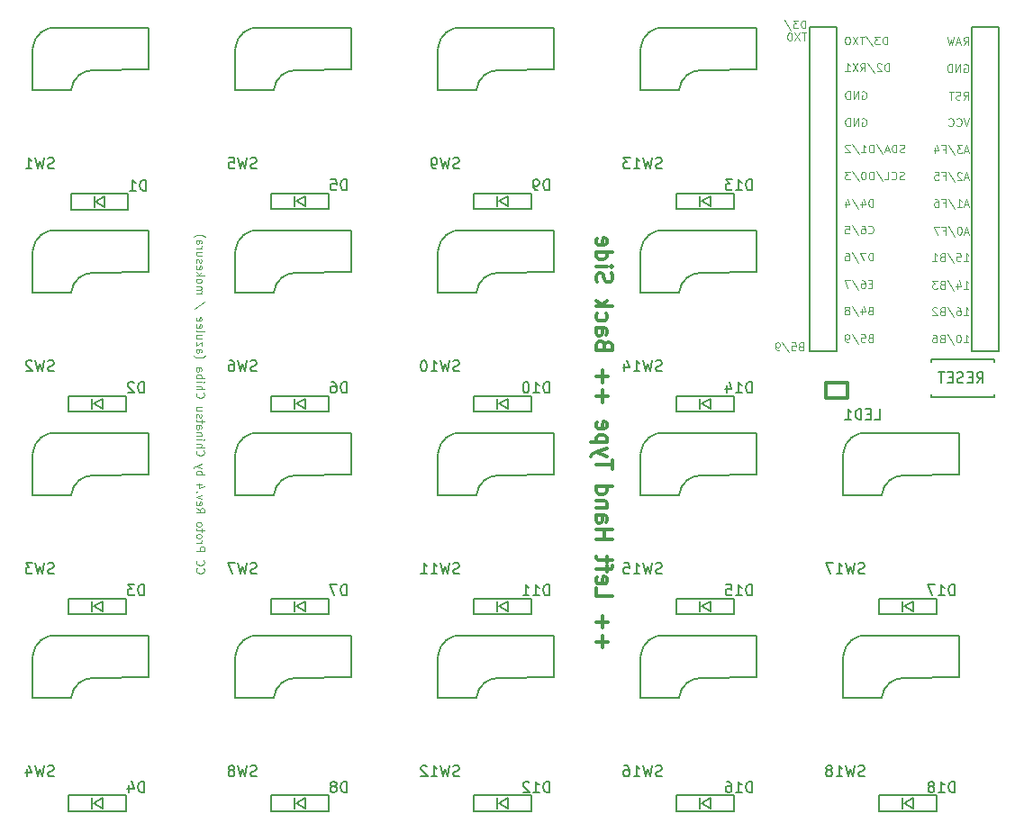
<source format=gbo>
G04 #@! TF.GenerationSoftware,KiCad,Pcbnew,(5.1.10)-1*
G04 #@! TF.CreationDate,2021-08-15T11:08:44+09:00*
G04 #@! TF.ProjectId,cc_proto,63635f70-726f-4746-9f2e-6b696361645f,3*
G04 #@! TF.SameCoordinates,Original*
G04 #@! TF.FileFunction,Legend,Bot*
G04 #@! TF.FilePolarity,Positive*
%FSLAX46Y46*%
G04 Gerber Fmt 4.6, Leading zero omitted, Abs format (unit mm)*
G04 Created by KiCad (PCBNEW (5.1.10)-1) date 2021-08-15 11:08:44*
%MOMM*%
%LPD*%
G01*
G04 APERTURE LIST*
%ADD10C,0.125000*%
%ADD11C,0.300000*%
%ADD12C,0.150000*%
G04 APERTURE END LIST*
D10*
X114856642Y-114938885D02*
X114820928Y-114974600D01*
X114785214Y-115081742D01*
X114785214Y-115153171D01*
X114820928Y-115260314D01*
X114892357Y-115331742D01*
X114963785Y-115367457D01*
X115106642Y-115403171D01*
X115213785Y-115403171D01*
X115356642Y-115367457D01*
X115428071Y-115331742D01*
X115499500Y-115260314D01*
X115535214Y-115153171D01*
X115535214Y-115081742D01*
X115499500Y-114974600D01*
X115463785Y-114938885D01*
X114856642Y-114188885D02*
X114820928Y-114224600D01*
X114785214Y-114331742D01*
X114785214Y-114403171D01*
X114820928Y-114510314D01*
X114892357Y-114581742D01*
X114963785Y-114617457D01*
X115106642Y-114653171D01*
X115213785Y-114653171D01*
X115356642Y-114617457D01*
X115428071Y-114581742D01*
X115499500Y-114510314D01*
X115535214Y-114403171D01*
X115535214Y-114331742D01*
X115499500Y-114224600D01*
X115463785Y-114188885D01*
X114785214Y-113296028D02*
X115535214Y-113296028D01*
X115535214Y-113010314D01*
X115499500Y-112938885D01*
X115463785Y-112903171D01*
X115392357Y-112867457D01*
X115285214Y-112867457D01*
X115213785Y-112903171D01*
X115178071Y-112938885D01*
X115142357Y-113010314D01*
X115142357Y-113296028D01*
X114785214Y-112546028D02*
X115285214Y-112546028D01*
X115142357Y-112546028D02*
X115213785Y-112510314D01*
X115249500Y-112474600D01*
X115285214Y-112403171D01*
X115285214Y-112331742D01*
X114785214Y-111974600D02*
X114820928Y-112046028D01*
X114856642Y-112081742D01*
X114928071Y-112117457D01*
X115142357Y-112117457D01*
X115213785Y-112081742D01*
X115249500Y-112046028D01*
X115285214Y-111974600D01*
X115285214Y-111867457D01*
X115249500Y-111796028D01*
X115213785Y-111760314D01*
X115142357Y-111724600D01*
X114928071Y-111724600D01*
X114856642Y-111760314D01*
X114820928Y-111796028D01*
X114785214Y-111867457D01*
X114785214Y-111974600D01*
X115285214Y-111510314D02*
X115285214Y-111224600D01*
X115535214Y-111403171D02*
X114892357Y-111403171D01*
X114820928Y-111367457D01*
X114785214Y-111296028D01*
X114785214Y-111224600D01*
X114785214Y-110867457D02*
X114820928Y-110938885D01*
X114856642Y-110974600D01*
X114928071Y-111010314D01*
X115142357Y-111010314D01*
X115213785Y-110974600D01*
X115249500Y-110938885D01*
X115285214Y-110867457D01*
X115285214Y-110760314D01*
X115249500Y-110688885D01*
X115213785Y-110653171D01*
X115142357Y-110617457D01*
X114928071Y-110617457D01*
X114856642Y-110653171D01*
X114820928Y-110688885D01*
X114785214Y-110760314D01*
X114785214Y-110867457D01*
X114785214Y-109296028D02*
X115142357Y-109546028D01*
X114785214Y-109724600D02*
X115535214Y-109724600D01*
X115535214Y-109438885D01*
X115499500Y-109367457D01*
X115463785Y-109331742D01*
X115392357Y-109296028D01*
X115285214Y-109296028D01*
X115213785Y-109331742D01*
X115178071Y-109367457D01*
X115142357Y-109438885D01*
X115142357Y-109724600D01*
X114820928Y-108688885D02*
X114785214Y-108760314D01*
X114785214Y-108903171D01*
X114820928Y-108974600D01*
X114892357Y-109010314D01*
X115178071Y-109010314D01*
X115249500Y-108974600D01*
X115285214Y-108903171D01*
X115285214Y-108760314D01*
X115249500Y-108688885D01*
X115178071Y-108653171D01*
X115106642Y-108653171D01*
X115035214Y-109010314D01*
X115285214Y-108403171D02*
X114785214Y-108224600D01*
X115285214Y-108046028D01*
X114856642Y-107760314D02*
X114820928Y-107724600D01*
X114785214Y-107760314D01*
X114820928Y-107796028D01*
X114856642Y-107760314D01*
X114785214Y-107760314D01*
X115285214Y-107081742D02*
X114785214Y-107081742D01*
X115570928Y-107260314D02*
X115035214Y-107438885D01*
X115035214Y-106974600D01*
X114785214Y-106117457D02*
X115535214Y-106117457D01*
X115249500Y-106117457D02*
X115285214Y-106046028D01*
X115285214Y-105903171D01*
X115249500Y-105831742D01*
X115213785Y-105796028D01*
X115142357Y-105760314D01*
X114928071Y-105760314D01*
X114856642Y-105796028D01*
X114820928Y-105831742D01*
X114785214Y-105903171D01*
X114785214Y-106046028D01*
X114820928Y-106117457D01*
X115285214Y-105510314D02*
X114785214Y-105331742D01*
X115285214Y-105153171D02*
X114785214Y-105331742D01*
X114606642Y-105403171D01*
X114570928Y-105438885D01*
X114535214Y-105510314D01*
X114856642Y-103867457D02*
X114820928Y-103903171D01*
X114785214Y-104010314D01*
X114785214Y-104081742D01*
X114820928Y-104188885D01*
X114892357Y-104260314D01*
X114963785Y-104296028D01*
X115106642Y-104331742D01*
X115213785Y-104331742D01*
X115356642Y-104296028D01*
X115428071Y-104260314D01*
X115499500Y-104188885D01*
X115535214Y-104081742D01*
X115535214Y-104010314D01*
X115499500Y-103903171D01*
X115463785Y-103867457D01*
X114785214Y-103546028D02*
X115535214Y-103546028D01*
X114785214Y-103224600D02*
X115178071Y-103224600D01*
X115249500Y-103260314D01*
X115285214Y-103331742D01*
X115285214Y-103438885D01*
X115249500Y-103510314D01*
X115213785Y-103546028D01*
X114785214Y-102867457D02*
X115285214Y-102867457D01*
X115535214Y-102867457D02*
X115499500Y-102903171D01*
X115463785Y-102867457D01*
X115499500Y-102831742D01*
X115535214Y-102867457D01*
X115463785Y-102867457D01*
X115285214Y-102510314D02*
X114785214Y-102510314D01*
X115213785Y-102510314D02*
X115249500Y-102474600D01*
X115285214Y-102403171D01*
X115285214Y-102296028D01*
X115249500Y-102224600D01*
X115178071Y-102188885D01*
X114785214Y-102188885D01*
X114785214Y-101510314D02*
X115178071Y-101510314D01*
X115249500Y-101546028D01*
X115285214Y-101617457D01*
X115285214Y-101760314D01*
X115249500Y-101831742D01*
X114820928Y-101510314D02*
X114785214Y-101581742D01*
X114785214Y-101760314D01*
X114820928Y-101831742D01*
X114892357Y-101867457D01*
X114963785Y-101867457D01*
X115035214Y-101831742D01*
X115070928Y-101760314D01*
X115070928Y-101581742D01*
X115106642Y-101510314D01*
X115285214Y-101260314D02*
X115285214Y-100974600D01*
X115535214Y-101153171D02*
X114892357Y-101153171D01*
X114820928Y-101117457D01*
X114785214Y-101046028D01*
X114785214Y-100974600D01*
X114820928Y-100760314D02*
X114785214Y-100688885D01*
X114785214Y-100546028D01*
X114820928Y-100474600D01*
X114892357Y-100438885D01*
X114928071Y-100438885D01*
X114999500Y-100474600D01*
X115035214Y-100546028D01*
X115035214Y-100653171D01*
X115070928Y-100724600D01*
X115142357Y-100760314D01*
X115178071Y-100760314D01*
X115249500Y-100724600D01*
X115285214Y-100653171D01*
X115285214Y-100546028D01*
X115249500Y-100474600D01*
X115285214Y-99796028D02*
X114785214Y-99796028D01*
X115285214Y-100117457D02*
X114892357Y-100117457D01*
X114820928Y-100081742D01*
X114785214Y-100010314D01*
X114785214Y-99903171D01*
X114820928Y-99831742D01*
X114856642Y-99796028D01*
X114856642Y-98438885D02*
X114820928Y-98474600D01*
X114785214Y-98581742D01*
X114785214Y-98653171D01*
X114820928Y-98760314D01*
X114892357Y-98831742D01*
X114963785Y-98867457D01*
X115106642Y-98903171D01*
X115213785Y-98903171D01*
X115356642Y-98867457D01*
X115428071Y-98831742D01*
X115499500Y-98760314D01*
X115535214Y-98653171D01*
X115535214Y-98581742D01*
X115499500Y-98474600D01*
X115463785Y-98438885D01*
X114785214Y-98117457D02*
X115535214Y-98117457D01*
X114785214Y-97796028D02*
X115178071Y-97796028D01*
X115249500Y-97831742D01*
X115285214Y-97903171D01*
X115285214Y-98010314D01*
X115249500Y-98081742D01*
X115213785Y-98117457D01*
X114785214Y-97438885D02*
X115285214Y-97438885D01*
X115535214Y-97438885D02*
X115499500Y-97474600D01*
X115463785Y-97438885D01*
X115499500Y-97403171D01*
X115535214Y-97438885D01*
X115463785Y-97438885D01*
X114785214Y-97081742D02*
X115535214Y-97081742D01*
X115249500Y-97081742D02*
X115285214Y-97010314D01*
X115285214Y-96867457D01*
X115249500Y-96796028D01*
X115213785Y-96760314D01*
X115142357Y-96724600D01*
X114928071Y-96724600D01*
X114856642Y-96760314D01*
X114820928Y-96796028D01*
X114785214Y-96867457D01*
X114785214Y-97010314D01*
X114820928Y-97081742D01*
X114785214Y-96081742D02*
X115178071Y-96081742D01*
X115249500Y-96117457D01*
X115285214Y-96188885D01*
X115285214Y-96331742D01*
X115249500Y-96403171D01*
X114820928Y-96081742D02*
X114785214Y-96153171D01*
X114785214Y-96331742D01*
X114820928Y-96403171D01*
X114892357Y-96438885D01*
X114963785Y-96438885D01*
X115035214Y-96403171D01*
X115070928Y-96331742D01*
X115070928Y-96153171D01*
X115106642Y-96081742D01*
X114499500Y-94938885D02*
X114535214Y-94974600D01*
X114642357Y-95046028D01*
X114713785Y-95081742D01*
X114820928Y-95117457D01*
X114999500Y-95153171D01*
X115142357Y-95153171D01*
X115320928Y-95117457D01*
X115428071Y-95081742D01*
X115499500Y-95046028D01*
X115606642Y-94974600D01*
X115642357Y-94938885D01*
X114785214Y-94331742D02*
X115178071Y-94331742D01*
X115249500Y-94367457D01*
X115285214Y-94438885D01*
X115285214Y-94581742D01*
X115249500Y-94653171D01*
X114820928Y-94331742D02*
X114785214Y-94403171D01*
X114785214Y-94581742D01*
X114820928Y-94653171D01*
X114892357Y-94688885D01*
X114963785Y-94688885D01*
X115035214Y-94653171D01*
X115070928Y-94581742D01*
X115070928Y-94403171D01*
X115106642Y-94331742D01*
X115285214Y-94046028D02*
X115285214Y-93653171D01*
X114785214Y-94046028D01*
X114785214Y-93653171D01*
X115285214Y-93046028D02*
X114785214Y-93046028D01*
X115285214Y-93367457D02*
X114892357Y-93367457D01*
X114820928Y-93331742D01*
X114785214Y-93260314D01*
X114785214Y-93153171D01*
X114820928Y-93081742D01*
X114856642Y-93046028D01*
X114785214Y-92581742D02*
X114820928Y-92653171D01*
X114892357Y-92688885D01*
X115535214Y-92688885D01*
X114820928Y-92010314D02*
X114785214Y-92081742D01*
X114785214Y-92224600D01*
X114820928Y-92296028D01*
X114892357Y-92331742D01*
X115178071Y-92331742D01*
X115249500Y-92296028D01*
X115285214Y-92224600D01*
X115285214Y-92081742D01*
X115249500Y-92010314D01*
X115178071Y-91974600D01*
X115106642Y-91974600D01*
X115035214Y-92331742D01*
X114820928Y-91367457D02*
X114785214Y-91438885D01*
X114785214Y-91581742D01*
X114820928Y-91653171D01*
X114892357Y-91688885D01*
X115178071Y-91688885D01*
X115249500Y-91653171D01*
X115285214Y-91581742D01*
X115285214Y-91438885D01*
X115249500Y-91367457D01*
X115178071Y-91331742D01*
X115106642Y-91331742D01*
X115035214Y-91688885D01*
X115570928Y-89903171D02*
X114606642Y-90546028D01*
X114785214Y-89081742D02*
X115285214Y-89081742D01*
X115213785Y-89081742D02*
X115249500Y-89046028D01*
X115285214Y-88974600D01*
X115285214Y-88867457D01*
X115249500Y-88796028D01*
X115178071Y-88760314D01*
X114785214Y-88760314D01*
X115178071Y-88760314D02*
X115249500Y-88724600D01*
X115285214Y-88653171D01*
X115285214Y-88546028D01*
X115249500Y-88474600D01*
X115178071Y-88438885D01*
X114785214Y-88438885D01*
X114785214Y-87974600D02*
X114820928Y-88046028D01*
X114856642Y-88081742D01*
X114928071Y-88117457D01*
X115142357Y-88117457D01*
X115213785Y-88081742D01*
X115249500Y-88046028D01*
X115285214Y-87974600D01*
X115285214Y-87867457D01*
X115249500Y-87796028D01*
X115213785Y-87760314D01*
X115142357Y-87724600D01*
X114928071Y-87724600D01*
X114856642Y-87760314D01*
X114820928Y-87796028D01*
X114785214Y-87867457D01*
X114785214Y-87974600D01*
X114785214Y-87403171D02*
X115535214Y-87403171D01*
X115070928Y-87331742D02*
X114785214Y-87117457D01*
X115285214Y-87117457D02*
X114999500Y-87403171D01*
X114820928Y-86510314D02*
X114785214Y-86581742D01*
X114785214Y-86724600D01*
X114820928Y-86796028D01*
X114892357Y-86831742D01*
X115178071Y-86831742D01*
X115249500Y-86796028D01*
X115285214Y-86724600D01*
X115285214Y-86581742D01*
X115249500Y-86510314D01*
X115178071Y-86474600D01*
X115106642Y-86474600D01*
X115035214Y-86831742D01*
X114820928Y-86188885D02*
X114785214Y-86117457D01*
X114785214Y-85974600D01*
X114820928Y-85903171D01*
X114892357Y-85867457D01*
X114928071Y-85867457D01*
X114999500Y-85903171D01*
X115035214Y-85974600D01*
X115035214Y-86081742D01*
X115070928Y-86153171D01*
X115142357Y-86188885D01*
X115178071Y-86188885D01*
X115249500Y-86153171D01*
X115285214Y-86081742D01*
X115285214Y-85974600D01*
X115249500Y-85903171D01*
X115285214Y-85224600D02*
X114785214Y-85224600D01*
X115285214Y-85546028D02*
X114892357Y-85546028D01*
X114820928Y-85510314D01*
X114785214Y-85438885D01*
X114785214Y-85331742D01*
X114820928Y-85260314D01*
X114856642Y-85224600D01*
X114785214Y-84867457D02*
X115285214Y-84867457D01*
X115142357Y-84867457D02*
X115213785Y-84831742D01*
X115249500Y-84796028D01*
X115285214Y-84724600D01*
X115285214Y-84653171D01*
X114785214Y-84081742D02*
X115178071Y-84081742D01*
X115249500Y-84117457D01*
X115285214Y-84188885D01*
X115285214Y-84331742D01*
X115249500Y-84403171D01*
X114820928Y-84081742D02*
X114785214Y-84153171D01*
X114785214Y-84331742D01*
X114820928Y-84403171D01*
X114892357Y-84438885D01*
X114963785Y-84438885D01*
X115035214Y-84403171D01*
X115070928Y-84331742D01*
X115070928Y-84153171D01*
X115106642Y-84081742D01*
X114499500Y-83796028D02*
X114535214Y-83760314D01*
X114642357Y-83688885D01*
X114713785Y-83653171D01*
X114820928Y-83617457D01*
X114999500Y-83581742D01*
X115142357Y-83581742D01*
X115320928Y-83617457D01*
X115428071Y-83653171D01*
X115499500Y-83688885D01*
X115606642Y-83760314D01*
X115642357Y-83796028D01*
D11*
X152947357Y-122405600D02*
X152947357Y-121262742D01*
X152375928Y-121834171D02*
X153518785Y-121834171D01*
X152947357Y-120548457D02*
X152947357Y-119405600D01*
X152375928Y-119977028D02*
X153518785Y-119977028D01*
X152375928Y-116834171D02*
X152375928Y-117548457D01*
X153875928Y-117548457D01*
X152447357Y-115762742D02*
X152375928Y-115905600D01*
X152375928Y-116191314D01*
X152447357Y-116334171D01*
X152590214Y-116405600D01*
X153161642Y-116405600D01*
X153304500Y-116334171D01*
X153375928Y-116191314D01*
X153375928Y-115905600D01*
X153304500Y-115762742D01*
X153161642Y-115691314D01*
X153018785Y-115691314D01*
X152875928Y-116405600D01*
X153375928Y-115262742D02*
X153375928Y-114691314D01*
X152375928Y-115048457D02*
X153661642Y-115048457D01*
X153804500Y-114977028D01*
X153875928Y-114834171D01*
X153875928Y-114691314D01*
X153375928Y-114405600D02*
X153375928Y-113834171D01*
X153875928Y-114191314D02*
X152590214Y-114191314D01*
X152447357Y-114119885D01*
X152375928Y-113977028D01*
X152375928Y-113834171D01*
X152375928Y-112191314D02*
X153875928Y-112191314D01*
X153161642Y-112191314D02*
X153161642Y-111334171D01*
X152375928Y-111334171D02*
X153875928Y-111334171D01*
X152375928Y-109977028D02*
X153161642Y-109977028D01*
X153304500Y-110048457D01*
X153375928Y-110191314D01*
X153375928Y-110477028D01*
X153304500Y-110619885D01*
X152447357Y-109977028D02*
X152375928Y-110119885D01*
X152375928Y-110477028D01*
X152447357Y-110619885D01*
X152590214Y-110691314D01*
X152733071Y-110691314D01*
X152875928Y-110619885D01*
X152947357Y-110477028D01*
X152947357Y-110119885D01*
X153018785Y-109977028D01*
X153375928Y-109262742D02*
X152375928Y-109262742D01*
X153233071Y-109262742D02*
X153304500Y-109191314D01*
X153375928Y-109048457D01*
X153375928Y-108834171D01*
X153304500Y-108691314D01*
X153161642Y-108619885D01*
X152375928Y-108619885D01*
X152375928Y-107262742D02*
X153875928Y-107262742D01*
X152447357Y-107262742D02*
X152375928Y-107405600D01*
X152375928Y-107691314D01*
X152447357Y-107834171D01*
X152518785Y-107905600D01*
X152661642Y-107977028D01*
X153090214Y-107977028D01*
X153233071Y-107905600D01*
X153304500Y-107834171D01*
X153375928Y-107691314D01*
X153375928Y-107405600D01*
X153304500Y-107262742D01*
X153875928Y-105619885D02*
X153875928Y-104762742D01*
X152375928Y-105191314D02*
X153875928Y-105191314D01*
X153375928Y-104405600D02*
X152375928Y-104048457D01*
X153375928Y-103691314D02*
X152375928Y-104048457D01*
X152018785Y-104191314D01*
X151947357Y-104262742D01*
X151875928Y-104405600D01*
X153375928Y-103119885D02*
X151875928Y-103119885D01*
X153304500Y-103119885D02*
X153375928Y-102977028D01*
X153375928Y-102691314D01*
X153304500Y-102548457D01*
X153233071Y-102477028D01*
X153090214Y-102405600D01*
X152661642Y-102405600D01*
X152518785Y-102477028D01*
X152447357Y-102548457D01*
X152375928Y-102691314D01*
X152375928Y-102977028D01*
X152447357Y-103119885D01*
X152447357Y-101191314D02*
X152375928Y-101334171D01*
X152375928Y-101619885D01*
X152447357Y-101762742D01*
X152590214Y-101834171D01*
X153161642Y-101834171D01*
X153304500Y-101762742D01*
X153375928Y-101619885D01*
X153375928Y-101334171D01*
X153304500Y-101191314D01*
X153161642Y-101119885D01*
X153018785Y-101119885D01*
X152875928Y-101834171D01*
X152947357Y-99334171D02*
X152947357Y-98191314D01*
X152375928Y-98762742D02*
X153518785Y-98762742D01*
X152947357Y-97477028D02*
X152947357Y-96334171D01*
X152375928Y-96905600D02*
X153518785Y-96905600D01*
X153161642Y-93977028D02*
X153090214Y-93762742D01*
X153018785Y-93691314D01*
X152875928Y-93619885D01*
X152661642Y-93619885D01*
X152518785Y-93691314D01*
X152447357Y-93762742D01*
X152375928Y-93905600D01*
X152375928Y-94477028D01*
X153875928Y-94477028D01*
X153875928Y-93977028D01*
X153804500Y-93834171D01*
X153733071Y-93762742D01*
X153590214Y-93691314D01*
X153447357Y-93691314D01*
X153304500Y-93762742D01*
X153233071Y-93834171D01*
X153161642Y-93977028D01*
X153161642Y-94477028D01*
X152375928Y-92334171D02*
X153161642Y-92334171D01*
X153304500Y-92405600D01*
X153375928Y-92548457D01*
X153375928Y-92834171D01*
X153304500Y-92977028D01*
X152447357Y-92334171D02*
X152375928Y-92477028D01*
X152375928Y-92834171D01*
X152447357Y-92977028D01*
X152590214Y-93048457D01*
X152733071Y-93048457D01*
X152875928Y-92977028D01*
X152947357Y-92834171D01*
X152947357Y-92477028D01*
X153018785Y-92334171D01*
X152447357Y-90977028D02*
X152375928Y-91119885D01*
X152375928Y-91405600D01*
X152447357Y-91548457D01*
X152518785Y-91619885D01*
X152661642Y-91691314D01*
X153090214Y-91691314D01*
X153233071Y-91619885D01*
X153304500Y-91548457D01*
X153375928Y-91405600D01*
X153375928Y-91119885D01*
X153304500Y-90977028D01*
X152375928Y-90334171D02*
X153875928Y-90334171D01*
X152947357Y-90191314D02*
X152375928Y-89762742D01*
X153375928Y-89762742D02*
X152804500Y-90334171D01*
X152447357Y-88048457D02*
X152375928Y-87834171D01*
X152375928Y-87477028D01*
X152447357Y-87334171D01*
X152518785Y-87262742D01*
X152661642Y-87191314D01*
X152804500Y-87191314D01*
X152947357Y-87262742D01*
X153018785Y-87334171D01*
X153090214Y-87477028D01*
X153161642Y-87762742D01*
X153233071Y-87905600D01*
X153304500Y-87977028D01*
X153447357Y-88048457D01*
X153590214Y-88048457D01*
X153733071Y-87977028D01*
X153804500Y-87905600D01*
X153875928Y-87762742D01*
X153875928Y-87405600D01*
X153804500Y-87191314D01*
X152375928Y-86548457D02*
X153375928Y-86548457D01*
X153875928Y-86548457D02*
X153804500Y-86619885D01*
X153733071Y-86548457D01*
X153804500Y-86477028D01*
X153875928Y-86548457D01*
X153733071Y-86548457D01*
X152375928Y-85191314D02*
X153875928Y-85191314D01*
X152447357Y-85191314D02*
X152375928Y-85334171D01*
X152375928Y-85619885D01*
X152447357Y-85762742D01*
X152518785Y-85834171D01*
X152661642Y-85905600D01*
X153090214Y-85905600D01*
X153233071Y-85834171D01*
X153304500Y-85762742D01*
X153375928Y-85619885D01*
X153375928Y-85334171D01*
X153304500Y-85191314D01*
X152447357Y-83905599D02*
X152375928Y-84048457D01*
X152375928Y-84334171D01*
X152447357Y-84477028D01*
X152590214Y-84548457D01*
X153161642Y-84548457D01*
X153304500Y-84477028D01*
X153375928Y-84334171D01*
X153375928Y-84048457D01*
X153304500Y-83905599D01*
X153161642Y-83834171D01*
X153018785Y-83834171D01*
X152875928Y-84548457D01*
D12*
X175600500Y-127154600D02*
X179210500Y-127154600D01*
X175600500Y-123200600D02*
X175600500Y-127145600D01*
X186500500Y-121246600D02*
X177875500Y-121246600D01*
X186500500Y-125154600D02*
X186500500Y-121246600D01*
X186500500Y-125200600D02*
X181450500Y-125246600D01*
X179215500Y-127130600D02*
G75*
G02*
X181475500Y-125250600I2070000J-190000D01*
G01*
X175611500Y-123130600D02*
G75*
G02*
X177875500Y-121246600I2074000J-190000D01*
G01*
X175600500Y-108104600D02*
X179210500Y-108104600D01*
X175600500Y-104150600D02*
X175600500Y-108095600D01*
X186500500Y-102196600D02*
X177875500Y-102196600D01*
X186500500Y-106104600D02*
X186500500Y-102196600D01*
X186500500Y-106150600D02*
X181450500Y-106196600D01*
X179215500Y-108080600D02*
G75*
G02*
X181475500Y-106200600I2070000J-190000D01*
G01*
X175611500Y-104080600D02*
G75*
G02*
X177875500Y-102196600I2074000J-190000D01*
G01*
X156550500Y-127154600D02*
X160160500Y-127154600D01*
X156550500Y-123200600D02*
X156550500Y-127145600D01*
X167450500Y-121246600D02*
X158825500Y-121246600D01*
X167450500Y-125154600D02*
X167450500Y-121246600D01*
X167450500Y-125200600D02*
X162400500Y-125246600D01*
X160165500Y-127130600D02*
G75*
G02*
X162425500Y-125250600I2070000J-190000D01*
G01*
X156561500Y-123130600D02*
G75*
G02*
X158825500Y-121246600I2074000J-190000D01*
G01*
X156550500Y-108104600D02*
X160160500Y-108104600D01*
X156550500Y-104150600D02*
X156550500Y-108095600D01*
X167450500Y-102196600D02*
X158825500Y-102196600D01*
X167450500Y-106104600D02*
X167450500Y-102196600D01*
X167450500Y-106150600D02*
X162400500Y-106196600D01*
X160165500Y-108080600D02*
G75*
G02*
X162425500Y-106200600I2070000J-190000D01*
G01*
X156561500Y-104080600D02*
G75*
G02*
X158825500Y-102196600I2074000J-190000D01*
G01*
X156550500Y-89054600D02*
X160160500Y-89054600D01*
X156550500Y-85100600D02*
X156550500Y-89045600D01*
X167450500Y-83146600D02*
X158825500Y-83146600D01*
X167450500Y-87054600D02*
X167450500Y-83146600D01*
X167450500Y-87100600D02*
X162400500Y-87146600D01*
X160165500Y-89030600D02*
G75*
G02*
X162425500Y-87150600I2070000J-190000D01*
G01*
X156561500Y-85030600D02*
G75*
G02*
X158825500Y-83146600I2074000J-190000D01*
G01*
X156550500Y-70004600D02*
X160160500Y-70004600D01*
X156550500Y-66050600D02*
X156550500Y-69995600D01*
X167450500Y-64096600D02*
X158825500Y-64096600D01*
X167450500Y-68004600D02*
X167450500Y-64096600D01*
X167450500Y-68050600D02*
X162400500Y-68096600D01*
X160165500Y-69980600D02*
G75*
G02*
X162425500Y-68100600I2070000J-190000D01*
G01*
X156561500Y-65980600D02*
G75*
G02*
X158825500Y-64096600I2074000J-190000D01*
G01*
X137500500Y-127154600D02*
X141110500Y-127154600D01*
X137500500Y-123200600D02*
X137500500Y-127145600D01*
X148400500Y-121246600D02*
X139775500Y-121246600D01*
X148400500Y-125154600D02*
X148400500Y-121246600D01*
X148400500Y-125200600D02*
X143350500Y-125246600D01*
X141115500Y-127130600D02*
G75*
G02*
X143375500Y-125250600I2070000J-190000D01*
G01*
X137511500Y-123130600D02*
G75*
G02*
X139775500Y-121246600I2074000J-190000D01*
G01*
X137500500Y-108104600D02*
X141110500Y-108104600D01*
X137500500Y-104150600D02*
X137500500Y-108095600D01*
X148400500Y-102196600D02*
X139775500Y-102196600D01*
X148400500Y-106104600D02*
X148400500Y-102196600D01*
X148400500Y-106150600D02*
X143350500Y-106196600D01*
X141115500Y-108080600D02*
G75*
G02*
X143375500Y-106200600I2070000J-190000D01*
G01*
X137511500Y-104080600D02*
G75*
G02*
X139775500Y-102196600I2074000J-190000D01*
G01*
X137500500Y-89054600D02*
X141110500Y-89054600D01*
X137500500Y-85100600D02*
X137500500Y-89045600D01*
X148400500Y-83146600D02*
X139775500Y-83146600D01*
X148400500Y-87054600D02*
X148400500Y-83146600D01*
X148400500Y-87100600D02*
X143350500Y-87146600D01*
X141115500Y-89030600D02*
G75*
G02*
X143375500Y-87150600I2070000J-190000D01*
G01*
X137511500Y-85030600D02*
G75*
G02*
X139775500Y-83146600I2074000J-190000D01*
G01*
X137500500Y-70004600D02*
X141110500Y-70004600D01*
X137500500Y-66050600D02*
X137500500Y-69995600D01*
X148400500Y-64096600D02*
X139775500Y-64096600D01*
X148400500Y-68004600D02*
X148400500Y-64096600D01*
X148400500Y-68050600D02*
X143350500Y-68096600D01*
X141115500Y-69980600D02*
G75*
G02*
X143375500Y-68100600I2070000J-190000D01*
G01*
X137511500Y-65980600D02*
G75*
G02*
X139775500Y-64096600I2074000J-190000D01*
G01*
X118450500Y-127154600D02*
X122060500Y-127154600D01*
X118450500Y-123200600D02*
X118450500Y-127145600D01*
X129350500Y-121246600D02*
X120725500Y-121246600D01*
X129350500Y-125154600D02*
X129350500Y-121246600D01*
X129350500Y-125200600D02*
X124300500Y-125246600D01*
X122065500Y-127130600D02*
G75*
G02*
X124325500Y-125250600I2070000J-190000D01*
G01*
X118461500Y-123130600D02*
G75*
G02*
X120725500Y-121246600I2074000J-190000D01*
G01*
X118450500Y-108104600D02*
X122060500Y-108104600D01*
X118450500Y-104150600D02*
X118450500Y-108095600D01*
X129350500Y-102196600D02*
X120725500Y-102196600D01*
X129350500Y-106104600D02*
X129350500Y-102196600D01*
X129350500Y-106150600D02*
X124300500Y-106196600D01*
X122065500Y-108080600D02*
G75*
G02*
X124325500Y-106200600I2070000J-190000D01*
G01*
X118461500Y-104080600D02*
G75*
G02*
X120725500Y-102196600I2074000J-190000D01*
G01*
X118450500Y-89054600D02*
X122060500Y-89054600D01*
X118450500Y-85100600D02*
X118450500Y-89045600D01*
X129350500Y-83146600D02*
X120725500Y-83146600D01*
X129350500Y-87054600D02*
X129350500Y-83146600D01*
X129350500Y-87100600D02*
X124300500Y-87146600D01*
X122065500Y-89030600D02*
G75*
G02*
X124325500Y-87150600I2070000J-190000D01*
G01*
X118461500Y-85030600D02*
G75*
G02*
X120725500Y-83146600I2074000J-190000D01*
G01*
X118450500Y-70004600D02*
X122060500Y-70004600D01*
X118450500Y-66050600D02*
X118450500Y-69995600D01*
X129350500Y-64096600D02*
X120725500Y-64096600D01*
X129350500Y-68004600D02*
X129350500Y-64096600D01*
X129350500Y-68050600D02*
X124300500Y-68096600D01*
X122065500Y-69980600D02*
G75*
G02*
X124325500Y-68100600I2070000J-190000D01*
G01*
X118461500Y-65980600D02*
G75*
G02*
X120725500Y-64096600I2074000J-190000D01*
G01*
X99400500Y-127154600D02*
X103010500Y-127154600D01*
X99400500Y-123200600D02*
X99400500Y-127145600D01*
X110300500Y-121246600D02*
X101675500Y-121246600D01*
X110300500Y-125154600D02*
X110300500Y-121246600D01*
X110300500Y-125200600D02*
X105250500Y-125246600D01*
X103015500Y-127130600D02*
G75*
G02*
X105275500Y-125250600I2070000J-190000D01*
G01*
X99411500Y-123130600D02*
G75*
G02*
X101675500Y-121246600I2074000J-190000D01*
G01*
X99400500Y-108104600D02*
X103010500Y-108104600D01*
X99400500Y-104150600D02*
X99400500Y-108095600D01*
X110300500Y-102196600D02*
X101675500Y-102196600D01*
X110300500Y-106104600D02*
X110300500Y-102196600D01*
X110300500Y-106150600D02*
X105250500Y-106196600D01*
X103015500Y-108080600D02*
G75*
G02*
X105275500Y-106200600I2070000J-190000D01*
G01*
X99411500Y-104080600D02*
G75*
G02*
X101675500Y-102196600I2074000J-190000D01*
G01*
X99400500Y-89054600D02*
X103010500Y-89054600D01*
X99400500Y-85100600D02*
X99400500Y-89045600D01*
X110300500Y-83146600D02*
X101675500Y-83146600D01*
X110300500Y-87054600D02*
X110300500Y-83146600D01*
X110300500Y-87100600D02*
X105250500Y-87146600D01*
X103015500Y-89030600D02*
G75*
G02*
X105275500Y-87150600I2070000J-190000D01*
G01*
X99411500Y-85030600D02*
G75*
G02*
X101675500Y-83146600I2074000J-190000D01*
G01*
X99400500Y-70004600D02*
X103010500Y-70004600D01*
X99400500Y-66050600D02*
X99400500Y-69995600D01*
X110300500Y-64096600D02*
X101675500Y-64096600D01*
X110300500Y-68004600D02*
X110300500Y-64096600D01*
X110300500Y-68050600D02*
X105250500Y-68096600D01*
X103015500Y-69980600D02*
G75*
G02*
X105275500Y-68100600I2070000J-190000D01*
G01*
X99411500Y-65980600D02*
G75*
G02*
X101675500Y-64096600I2074000J-190000D01*
G01*
X172440500Y-94502600D02*
X172440500Y-64022600D01*
X174980500Y-94502600D02*
X172440500Y-94502600D01*
X174980500Y-64022600D02*
X174980500Y-94502600D01*
X172440500Y-64022600D02*
X174980500Y-64022600D01*
X187680500Y-94502600D02*
X187680500Y-64022600D01*
X190220500Y-94502600D02*
X187680500Y-94502600D01*
X190220500Y-64022600D02*
X190220500Y-94502600D01*
X187680500Y-64022600D02*
X190220500Y-64022600D01*
D11*
X176040500Y-98913600D02*
X173990500Y-98913600D01*
X176040500Y-97463600D02*
X176040500Y-98913600D01*
X173990500Y-97463600D02*
X176040500Y-97463600D01*
X173990500Y-98913600D02*
X173990500Y-97463600D01*
D12*
X184400500Y-137800600D02*
X184400500Y-136300600D01*
X179000500Y-137800600D02*
X184400500Y-137800600D01*
X179000500Y-136300600D02*
X179000500Y-137800600D01*
X184400500Y-136300600D02*
X179000500Y-136300600D01*
X181200500Y-136550600D02*
X181200500Y-137550600D01*
X182200500Y-137550600D02*
X181300500Y-137050600D01*
X182200500Y-136550600D02*
X182200500Y-137550600D01*
X181300500Y-137050600D02*
X182200500Y-136550600D01*
X184400500Y-119275600D02*
X184400500Y-117775600D01*
X179000500Y-119275600D02*
X184400500Y-119275600D01*
X179000500Y-117775600D02*
X179000500Y-119275600D01*
X184400500Y-117775600D02*
X179000500Y-117775600D01*
X181200500Y-118025600D02*
X181200500Y-119025600D01*
X182200500Y-119025600D02*
X181300500Y-118525600D01*
X182200500Y-118025600D02*
X182200500Y-119025600D01*
X181300500Y-118525600D02*
X182200500Y-118025600D01*
X165350500Y-137800600D02*
X165350500Y-136300600D01*
X159950500Y-137800600D02*
X165350500Y-137800600D01*
X159950500Y-136300600D02*
X159950500Y-137800600D01*
X165350500Y-136300600D02*
X159950500Y-136300600D01*
X162150500Y-136550600D02*
X162150500Y-137550600D01*
X163150500Y-137550600D02*
X162250500Y-137050600D01*
X163150500Y-136550600D02*
X163150500Y-137550600D01*
X162250500Y-137050600D02*
X163150500Y-136550600D01*
X165350500Y-119275600D02*
X165350500Y-117775600D01*
X159950500Y-119275600D02*
X165350500Y-119275600D01*
X159950500Y-117775600D02*
X159950500Y-119275600D01*
X165350500Y-117775600D02*
X159950500Y-117775600D01*
X162150500Y-118025600D02*
X162150500Y-119025600D01*
X163150500Y-119025600D02*
X162250500Y-118525600D01*
X163150500Y-118025600D02*
X163150500Y-119025600D01*
X162250500Y-118525600D02*
X163150500Y-118025600D01*
X165350500Y-100225600D02*
X165350500Y-98725600D01*
X159950500Y-100225600D02*
X165350500Y-100225600D01*
X159950500Y-98725600D02*
X159950500Y-100225600D01*
X165350500Y-98725600D02*
X159950500Y-98725600D01*
X162150500Y-98975600D02*
X162150500Y-99975600D01*
X163150500Y-99975600D02*
X162250500Y-99475600D01*
X163150500Y-98975600D02*
X163150500Y-99975600D01*
X162250500Y-99475600D02*
X163150500Y-98975600D01*
X165350500Y-81175600D02*
X165350500Y-79675600D01*
X159950500Y-81175600D02*
X165350500Y-81175600D01*
X159950500Y-79675600D02*
X159950500Y-81175600D01*
X165350500Y-79675600D02*
X159950500Y-79675600D01*
X162150500Y-79925600D02*
X162150500Y-80925600D01*
X163150500Y-80925600D02*
X162250500Y-80425600D01*
X163150500Y-79925600D02*
X163150500Y-80925600D01*
X162250500Y-80425600D02*
X163150500Y-79925600D01*
X146300500Y-137800600D02*
X146300500Y-136300600D01*
X140900500Y-137800600D02*
X146300500Y-137800600D01*
X140900500Y-136300600D02*
X140900500Y-137800600D01*
X146300500Y-136300600D02*
X140900500Y-136300600D01*
X143100500Y-136550600D02*
X143100500Y-137550600D01*
X144100500Y-137550600D02*
X143200500Y-137050600D01*
X144100500Y-136550600D02*
X144100500Y-137550600D01*
X143200500Y-137050600D02*
X144100500Y-136550600D01*
X146300500Y-119275600D02*
X146300500Y-117775600D01*
X140900500Y-119275600D02*
X146300500Y-119275600D01*
X140900500Y-117775600D02*
X140900500Y-119275600D01*
X146300500Y-117775600D02*
X140900500Y-117775600D01*
X143100500Y-118025600D02*
X143100500Y-119025600D01*
X144100500Y-119025600D02*
X143200500Y-118525600D01*
X144100500Y-118025600D02*
X144100500Y-119025600D01*
X143200500Y-118525600D02*
X144100500Y-118025600D01*
X146300500Y-100225600D02*
X146300500Y-98725600D01*
X140900500Y-100225600D02*
X146300500Y-100225600D01*
X140900500Y-98725600D02*
X140900500Y-100225600D01*
X146300500Y-98725600D02*
X140900500Y-98725600D01*
X143100500Y-98975600D02*
X143100500Y-99975600D01*
X144100500Y-99975600D02*
X143200500Y-99475600D01*
X144100500Y-98975600D02*
X144100500Y-99975600D01*
X143200500Y-99475600D02*
X144100500Y-98975600D01*
X146300500Y-81175600D02*
X146300500Y-79675600D01*
X140900500Y-81175600D02*
X146300500Y-81175600D01*
X140900500Y-79675600D02*
X140900500Y-81175600D01*
X146300500Y-79675600D02*
X140900500Y-79675600D01*
X143100500Y-79925600D02*
X143100500Y-80925600D01*
X144100500Y-80925600D02*
X143200500Y-80425600D01*
X144100500Y-79925600D02*
X144100500Y-80925600D01*
X143200500Y-80425600D02*
X144100500Y-79925600D01*
X127250500Y-137800600D02*
X127250500Y-136300600D01*
X121850500Y-137800600D02*
X127250500Y-137800600D01*
X121850500Y-136300600D02*
X121850500Y-137800600D01*
X127250500Y-136300600D02*
X121850500Y-136300600D01*
X124050500Y-136550600D02*
X124050500Y-137550600D01*
X125050500Y-137550600D02*
X124150500Y-137050600D01*
X125050500Y-136550600D02*
X125050500Y-137550600D01*
X124150500Y-137050600D02*
X125050500Y-136550600D01*
X127250500Y-119275600D02*
X127250500Y-117775600D01*
X121850500Y-119275600D02*
X127250500Y-119275600D01*
X121850500Y-117775600D02*
X121850500Y-119275600D01*
X127250500Y-117775600D02*
X121850500Y-117775600D01*
X124050500Y-118025600D02*
X124050500Y-119025600D01*
X125050500Y-119025600D02*
X124150500Y-118525600D01*
X125050500Y-118025600D02*
X125050500Y-119025600D01*
X124150500Y-118525600D02*
X125050500Y-118025600D01*
X127250500Y-100225600D02*
X127250500Y-98725600D01*
X121850500Y-100225600D02*
X127250500Y-100225600D01*
X121850500Y-98725600D02*
X121850500Y-100225600D01*
X127250500Y-98725600D02*
X121850500Y-98725600D01*
X124050500Y-98975600D02*
X124050500Y-99975600D01*
X125050500Y-99975600D02*
X124150500Y-99475600D01*
X125050500Y-98975600D02*
X125050500Y-99975600D01*
X124150500Y-99475600D02*
X125050500Y-98975600D01*
X127250500Y-81175600D02*
X127250500Y-79675600D01*
X121850500Y-81175600D02*
X127250500Y-81175600D01*
X121850500Y-79675600D02*
X121850500Y-81175600D01*
X127250500Y-79675600D02*
X121850500Y-79675600D01*
X124050500Y-79925600D02*
X124050500Y-80925600D01*
X125050500Y-80925600D02*
X124150500Y-80425600D01*
X125050500Y-79925600D02*
X125050500Y-80925600D01*
X124150500Y-80425600D02*
X125050500Y-79925600D01*
X108200500Y-137800600D02*
X108200500Y-136300600D01*
X102800500Y-137800600D02*
X108200500Y-137800600D01*
X102800500Y-136300600D02*
X102800500Y-137800600D01*
X108200500Y-136300600D02*
X102800500Y-136300600D01*
X105000500Y-136550600D02*
X105000500Y-137550600D01*
X106000500Y-137550600D02*
X105100500Y-137050600D01*
X106000500Y-136550600D02*
X106000500Y-137550600D01*
X105100500Y-137050600D02*
X106000500Y-136550600D01*
X108200500Y-119275600D02*
X108200500Y-117775600D01*
X102800500Y-119275600D02*
X108200500Y-119275600D01*
X102800500Y-117775600D02*
X102800500Y-119275600D01*
X108200500Y-117775600D02*
X102800500Y-117775600D01*
X105000500Y-118025600D02*
X105000500Y-119025600D01*
X106000500Y-119025600D02*
X105100500Y-118525600D01*
X106000500Y-118025600D02*
X106000500Y-119025600D01*
X105100500Y-118525600D02*
X106000500Y-118025600D01*
X108200500Y-100225600D02*
X108200500Y-98725600D01*
X102800500Y-100225600D02*
X108200500Y-100225600D01*
X102800500Y-98725600D02*
X102800500Y-100225600D01*
X108200500Y-98725600D02*
X102800500Y-98725600D01*
X105000500Y-98975600D02*
X105000500Y-99975600D01*
X106000500Y-99975600D02*
X105100500Y-99475600D01*
X106000500Y-98975600D02*
X106000500Y-99975600D01*
X105100500Y-99475600D02*
X106000500Y-98975600D01*
X108391000Y-81225600D02*
X108391000Y-79725600D01*
X102991000Y-81225600D02*
X108391000Y-81225600D01*
X102991000Y-79725600D02*
X102991000Y-81225600D01*
X108391000Y-79725600D02*
X102991000Y-79725600D01*
X105191000Y-79975600D02*
X105191000Y-80975600D01*
X106191000Y-80975600D02*
X105291000Y-80475600D01*
X106191000Y-79975600D02*
X106191000Y-80975600D01*
X105291000Y-80475600D02*
X106191000Y-79975600D01*
X183836500Y-95559600D02*
X183836500Y-95309600D01*
X183836500Y-95309600D02*
X189836500Y-95309600D01*
X189836500Y-95309600D02*
X189836500Y-95559600D01*
X189836500Y-98559600D02*
X189836500Y-98809600D01*
X189836500Y-98809600D02*
X183836500Y-98809600D01*
X183836500Y-98809600D02*
X183836500Y-98559600D01*
X177612523Y-134455361D02*
X177469666Y-134502980D01*
X177231571Y-134502980D01*
X177136333Y-134455361D01*
X177088714Y-134407742D01*
X177041095Y-134312504D01*
X177041095Y-134217266D01*
X177088714Y-134122028D01*
X177136333Y-134074409D01*
X177231571Y-134026790D01*
X177422047Y-133979171D01*
X177517285Y-133931552D01*
X177564904Y-133883933D01*
X177612523Y-133788695D01*
X177612523Y-133693457D01*
X177564904Y-133598219D01*
X177517285Y-133550600D01*
X177422047Y-133502980D01*
X177183952Y-133502980D01*
X177041095Y-133550600D01*
X176707761Y-133502980D02*
X176469666Y-134502980D01*
X176279190Y-133788695D01*
X176088714Y-134502980D01*
X175850619Y-133502980D01*
X174945857Y-134502980D02*
X175517285Y-134502980D01*
X175231571Y-134502980D02*
X175231571Y-133502980D01*
X175326809Y-133645838D01*
X175422047Y-133741076D01*
X175517285Y-133788695D01*
X174374428Y-133931552D02*
X174469666Y-133883933D01*
X174517285Y-133836314D01*
X174564904Y-133741076D01*
X174564904Y-133693457D01*
X174517285Y-133598219D01*
X174469666Y-133550600D01*
X174374428Y-133502980D01*
X174183952Y-133502980D01*
X174088714Y-133550600D01*
X174041095Y-133598219D01*
X173993476Y-133693457D01*
X173993476Y-133741076D01*
X174041095Y-133836314D01*
X174088714Y-133883933D01*
X174183952Y-133931552D01*
X174374428Y-133931552D01*
X174469666Y-133979171D01*
X174517285Y-134026790D01*
X174564904Y-134122028D01*
X174564904Y-134312504D01*
X174517285Y-134407742D01*
X174469666Y-134455361D01*
X174374428Y-134502980D01*
X174183952Y-134502980D01*
X174088714Y-134455361D01*
X174041095Y-134407742D01*
X173993476Y-134312504D01*
X173993476Y-134122028D01*
X174041095Y-134026790D01*
X174088714Y-133979171D01*
X174183952Y-133931552D01*
X177612523Y-115405361D02*
X177469666Y-115452980D01*
X177231571Y-115452980D01*
X177136333Y-115405361D01*
X177088714Y-115357742D01*
X177041095Y-115262504D01*
X177041095Y-115167266D01*
X177088714Y-115072028D01*
X177136333Y-115024409D01*
X177231571Y-114976790D01*
X177422047Y-114929171D01*
X177517285Y-114881552D01*
X177564904Y-114833933D01*
X177612523Y-114738695D01*
X177612523Y-114643457D01*
X177564904Y-114548219D01*
X177517285Y-114500600D01*
X177422047Y-114452980D01*
X177183952Y-114452980D01*
X177041095Y-114500600D01*
X176707761Y-114452980D02*
X176469666Y-115452980D01*
X176279190Y-114738695D01*
X176088714Y-115452980D01*
X175850619Y-114452980D01*
X174945857Y-115452980D02*
X175517285Y-115452980D01*
X175231571Y-115452980D02*
X175231571Y-114452980D01*
X175326809Y-114595838D01*
X175422047Y-114691076D01*
X175517285Y-114738695D01*
X174612523Y-114452980D02*
X173945857Y-114452980D01*
X174374428Y-115452980D01*
X158562523Y-134455361D02*
X158419666Y-134502980D01*
X158181571Y-134502980D01*
X158086333Y-134455361D01*
X158038714Y-134407742D01*
X157991095Y-134312504D01*
X157991095Y-134217266D01*
X158038714Y-134122028D01*
X158086333Y-134074409D01*
X158181571Y-134026790D01*
X158372047Y-133979171D01*
X158467285Y-133931552D01*
X158514904Y-133883933D01*
X158562523Y-133788695D01*
X158562523Y-133693457D01*
X158514904Y-133598219D01*
X158467285Y-133550600D01*
X158372047Y-133502980D01*
X158133952Y-133502980D01*
X157991095Y-133550600D01*
X157657761Y-133502980D02*
X157419666Y-134502980D01*
X157229190Y-133788695D01*
X157038714Y-134502980D01*
X156800619Y-133502980D01*
X155895857Y-134502980D02*
X156467285Y-134502980D01*
X156181571Y-134502980D02*
X156181571Y-133502980D01*
X156276809Y-133645838D01*
X156372047Y-133741076D01*
X156467285Y-133788695D01*
X155038714Y-133502980D02*
X155229190Y-133502980D01*
X155324428Y-133550600D01*
X155372047Y-133598219D01*
X155467285Y-133741076D01*
X155514904Y-133931552D01*
X155514904Y-134312504D01*
X155467285Y-134407742D01*
X155419666Y-134455361D01*
X155324428Y-134502980D01*
X155133952Y-134502980D01*
X155038714Y-134455361D01*
X154991095Y-134407742D01*
X154943476Y-134312504D01*
X154943476Y-134074409D01*
X154991095Y-133979171D01*
X155038714Y-133931552D01*
X155133952Y-133883933D01*
X155324428Y-133883933D01*
X155419666Y-133931552D01*
X155467285Y-133979171D01*
X155514904Y-134074409D01*
X158562523Y-115405361D02*
X158419666Y-115452980D01*
X158181571Y-115452980D01*
X158086333Y-115405361D01*
X158038714Y-115357742D01*
X157991095Y-115262504D01*
X157991095Y-115167266D01*
X158038714Y-115072028D01*
X158086333Y-115024409D01*
X158181571Y-114976790D01*
X158372047Y-114929171D01*
X158467285Y-114881552D01*
X158514904Y-114833933D01*
X158562523Y-114738695D01*
X158562523Y-114643457D01*
X158514904Y-114548219D01*
X158467285Y-114500600D01*
X158372047Y-114452980D01*
X158133952Y-114452980D01*
X157991095Y-114500600D01*
X157657761Y-114452980D02*
X157419666Y-115452980D01*
X157229190Y-114738695D01*
X157038714Y-115452980D01*
X156800619Y-114452980D01*
X155895857Y-115452980D02*
X156467285Y-115452980D01*
X156181571Y-115452980D02*
X156181571Y-114452980D01*
X156276809Y-114595838D01*
X156372047Y-114691076D01*
X156467285Y-114738695D01*
X154991095Y-114452980D02*
X155467285Y-114452980D01*
X155514904Y-114929171D01*
X155467285Y-114881552D01*
X155372047Y-114833933D01*
X155133952Y-114833933D01*
X155038714Y-114881552D01*
X154991095Y-114929171D01*
X154943476Y-115024409D01*
X154943476Y-115262504D01*
X154991095Y-115357742D01*
X155038714Y-115405361D01*
X155133952Y-115452980D01*
X155372047Y-115452980D01*
X155467285Y-115405361D01*
X155514904Y-115357742D01*
X158562523Y-96355361D02*
X158419666Y-96402980D01*
X158181571Y-96402980D01*
X158086333Y-96355361D01*
X158038714Y-96307742D01*
X157991095Y-96212504D01*
X157991095Y-96117266D01*
X158038714Y-96022028D01*
X158086333Y-95974409D01*
X158181571Y-95926790D01*
X158372047Y-95879171D01*
X158467285Y-95831552D01*
X158514904Y-95783933D01*
X158562523Y-95688695D01*
X158562523Y-95593457D01*
X158514904Y-95498219D01*
X158467285Y-95450600D01*
X158372047Y-95402980D01*
X158133952Y-95402980D01*
X157991095Y-95450600D01*
X157657761Y-95402980D02*
X157419666Y-96402980D01*
X157229190Y-95688695D01*
X157038714Y-96402980D01*
X156800619Y-95402980D01*
X155895857Y-96402980D02*
X156467285Y-96402980D01*
X156181571Y-96402980D02*
X156181571Y-95402980D01*
X156276809Y-95545838D01*
X156372047Y-95641076D01*
X156467285Y-95688695D01*
X155038714Y-95736314D02*
X155038714Y-96402980D01*
X155276809Y-95355361D02*
X155514904Y-96069647D01*
X154895857Y-96069647D01*
X158562523Y-77305361D02*
X158419666Y-77352980D01*
X158181571Y-77352980D01*
X158086333Y-77305361D01*
X158038714Y-77257742D01*
X157991095Y-77162504D01*
X157991095Y-77067266D01*
X158038714Y-76972028D01*
X158086333Y-76924409D01*
X158181571Y-76876790D01*
X158372047Y-76829171D01*
X158467285Y-76781552D01*
X158514904Y-76733933D01*
X158562523Y-76638695D01*
X158562523Y-76543457D01*
X158514904Y-76448219D01*
X158467285Y-76400600D01*
X158372047Y-76352980D01*
X158133952Y-76352980D01*
X157991095Y-76400600D01*
X157657761Y-76352980D02*
X157419666Y-77352980D01*
X157229190Y-76638695D01*
X157038714Y-77352980D01*
X156800619Y-76352980D01*
X155895857Y-77352980D02*
X156467285Y-77352980D01*
X156181571Y-77352980D02*
X156181571Y-76352980D01*
X156276809Y-76495838D01*
X156372047Y-76591076D01*
X156467285Y-76638695D01*
X155562523Y-76352980D02*
X154943476Y-76352980D01*
X155276809Y-76733933D01*
X155133952Y-76733933D01*
X155038714Y-76781552D01*
X154991095Y-76829171D01*
X154943476Y-76924409D01*
X154943476Y-77162504D01*
X154991095Y-77257742D01*
X155038714Y-77305361D01*
X155133952Y-77352980D01*
X155419666Y-77352980D01*
X155514904Y-77305361D01*
X155562523Y-77257742D01*
X139512523Y-134455361D02*
X139369666Y-134502980D01*
X139131571Y-134502980D01*
X139036333Y-134455361D01*
X138988714Y-134407742D01*
X138941095Y-134312504D01*
X138941095Y-134217266D01*
X138988714Y-134122028D01*
X139036333Y-134074409D01*
X139131571Y-134026790D01*
X139322047Y-133979171D01*
X139417285Y-133931552D01*
X139464904Y-133883933D01*
X139512523Y-133788695D01*
X139512523Y-133693457D01*
X139464904Y-133598219D01*
X139417285Y-133550600D01*
X139322047Y-133502980D01*
X139083952Y-133502980D01*
X138941095Y-133550600D01*
X138607761Y-133502980D02*
X138369666Y-134502980D01*
X138179190Y-133788695D01*
X137988714Y-134502980D01*
X137750619Y-133502980D01*
X136845857Y-134502980D02*
X137417285Y-134502980D01*
X137131571Y-134502980D02*
X137131571Y-133502980D01*
X137226809Y-133645838D01*
X137322047Y-133741076D01*
X137417285Y-133788695D01*
X136464904Y-133598219D02*
X136417285Y-133550600D01*
X136322047Y-133502980D01*
X136083952Y-133502980D01*
X135988714Y-133550600D01*
X135941095Y-133598219D01*
X135893476Y-133693457D01*
X135893476Y-133788695D01*
X135941095Y-133931552D01*
X136512523Y-134502980D01*
X135893476Y-134502980D01*
X139512523Y-115405361D02*
X139369666Y-115452980D01*
X139131571Y-115452980D01*
X139036333Y-115405361D01*
X138988714Y-115357742D01*
X138941095Y-115262504D01*
X138941095Y-115167266D01*
X138988714Y-115072028D01*
X139036333Y-115024409D01*
X139131571Y-114976790D01*
X139322047Y-114929171D01*
X139417285Y-114881552D01*
X139464904Y-114833933D01*
X139512523Y-114738695D01*
X139512523Y-114643457D01*
X139464904Y-114548219D01*
X139417285Y-114500600D01*
X139322047Y-114452980D01*
X139083952Y-114452980D01*
X138941095Y-114500600D01*
X138607761Y-114452980D02*
X138369666Y-115452980D01*
X138179190Y-114738695D01*
X137988714Y-115452980D01*
X137750619Y-114452980D01*
X136845857Y-115452980D02*
X137417285Y-115452980D01*
X137131571Y-115452980D02*
X137131571Y-114452980D01*
X137226809Y-114595838D01*
X137322047Y-114691076D01*
X137417285Y-114738695D01*
X135893476Y-115452980D02*
X136464904Y-115452980D01*
X136179190Y-115452980D02*
X136179190Y-114452980D01*
X136274428Y-114595838D01*
X136369666Y-114691076D01*
X136464904Y-114738695D01*
X139512523Y-96355361D02*
X139369666Y-96402980D01*
X139131571Y-96402980D01*
X139036333Y-96355361D01*
X138988714Y-96307742D01*
X138941095Y-96212504D01*
X138941095Y-96117266D01*
X138988714Y-96022028D01*
X139036333Y-95974409D01*
X139131571Y-95926790D01*
X139322047Y-95879171D01*
X139417285Y-95831552D01*
X139464904Y-95783933D01*
X139512523Y-95688695D01*
X139512523Y-95593457D01*
X139464904Y-95498219D01*
X139417285Y-95450600D01*
X139322047Y-95402980D01*
X139083952Y-95402980D01*
X138941095Y-95450600D01*
X138607761Y-95402980D02*
X138369666Y-96402980D01*
X138179190Y-95688695D01*
X137988714Y-96402980D01*
X137750619Y-95402980D01*
X136845857Y-96402980D02*
X137417285Y-96402980D01*
X137131571Y-96402980D02*
X137131571Y-95402980D01*
X137226809Y-95545838D01*
X137322047Y-95641076D01*
X137417285Y-95688695D01*
X136226809Y-95402980D02*
X136131571Y-95402980D01*
X136036333Y-95450600D01*
X135988714Y-95498219D01*
X135941095Y-95593457D01*
X135893476Y-95783933D01*
X135893476Y-96022028D01*
X135941095Y-96212504D01*
X135988714Y-96307742D01*
X136036333Y-96355361D01*
X136131571Y-96402980D01*
X136226809Y-96402980D01*
X136322047Y-96355361D01*
X136369666Y-96307742D01*
X136417285Y-96212504D01*
X136464904Y-96022028D01*
X136464904Y-95783933D01*
X136417285Y-95593457D01*
X136369666Y-95498219D01*
X136322047Y-95450600D01*
X136226809Y-95402980D01*
X139512523Y-77305361D02*
X139369666Y-77352980D01*
X139131571Y-77352980D01*
X139036333Y-77305361D01*
X138988714Y-77257742D01*
X138941095Y-77162504D01*
X138941095Y-77067266D01*
X138988714Y-76972028D01*
X139036333Y-76924409D01*
X139131571Y-76876790D01*
X139322047Y-76829171D01*
X139417285Y-76781552D01*
X139464904Y-76733933D01*
X139512523Y-76638695D01*
X139512523Y-76543457D01*
X139464904Y-76448219D01*
X139417285Y-76400600D01*
X139322047Y-76352980D01*
X139083952Y-76352980D01*
X138941095Y-76400600D01*
X138607761Y-76352980D02*
X138369666Y-77352980D01*
X138179190Y-76638695D01*
X137988714Y-77352980D01*
X137750619Y-76352980D01*
X137322047Y-77352980D02*
X137131571Y-77352980D01*
X137036333Y-77305361D01*
X136988714Y-77257742D01*
X136893476Y-77114885D01*
X136845857Y-76924409D01*
X136845857Y-76543457D01*
X136893476Y-76448219D01*
X136941095Y-76400600D01*
X137036333Y-76352980D01*
X137226809Y-76352980D01*
X137322047Y-76400600D01*
X137369666Y-76448219D01*
X137417285Y-76543457D01*
X137417285Y-76781552D01*
X137369666Y-76876790D01*
X137322047Y-76924409D01*
X137226809Y-76972028D01*
X137036333Y-76972028D01*
X136941095Y-76924409D01*
X136893476Y-76876790D01*
X136845857Y-76781552D01*
X120462523Y-134455361D02*
X120319666Y-134502980D01*
X120081571Y-134502980D01*
X119986333Y-134455361D01*
X119938714Y-134407742D01*
X119891095Y-134312504D01*
X119891095Y-134217266D01*
X119938714Y-134122028D01*
X119986333Y-134074409D01*
X120081571Y-134026790D01*
X120272047Y-133979171D01*
X120367285Y-133931552D01*
X120414904Y-133883933D01*
X120462523Y-133788695D01*
X120462523Y-133693457D01*
X120414904Y-133598219D01*
X120367285Y-133550600D01*
X120272047Y-133502980D01*
X120033952Y-133502980D01*
X119891095Y-133550600D01*
X119557761Y-133502980D02*
X119319666Y-134502980D01*
X119129190Y-133788695D01*
X118938714Y-134502980D01*
X118700619Y-133502980D01*
X118176809Y-133931552D02*
X118272047Y-133883933D01*
X118319666Y-133836314D01*
X118367285Y-133741076D01*
X118367285Y-133693457D01*
X118319666Y-133598219D01*
X118272047Y-133550600D01*
X118176809Y-133502980D01*
X117986333Y-133502980D01*
X117891095Y-133550600D01*
X117843476Y-133598219D01*
X117795857Y-133693457D01*
X117795857Y-133741076D01*
X117843476Y-133836314D01*
X117891095Y-133883933D01*
X117986333Y-133931552D01*
X118176809Y-133931552D01*
X118272047Y-133979171D01*
X118319666Y-134026790D01*
X118367285Y-134122028D01*
X118367285Y-134312504D01*
X118319666Y-134407742D01*
X118272047Y-134455361D01*
X118176809Y-134502980D01*
X117986333Y-134502980D01*
X117891095Y-134455361D01*
X117843476Y-134407742D01*
X117795857Y-134312504D01*
X117795857Y-134122028D01*
X117843476Y-134026790D01*
X117891095Y-133979171D01*
X117986333Y-133931552D01*
X120462523Y-115405361D02*
X120319666Y-115452980D01*
X120081571Y-115452980D01*
X119986333Y-115405361D01*
X119938714Y-115357742D01*
X119891095Y-115262504D01*
X119891095Y-115167266D01*
X119938714Y-115072028D01*
X119986333Y-115024409D01*
X120081571Y-114976790D01*
X120272047Y-114929171D01*
X120367285Y-114881552D01*
X120414904Y-114833933D01*
X120462523Y-114738695D01*
X120462523Y-114643457D01*
X120414904Y-114548219D01*
X120367285Y-114500600D01*
X120272047Y-114452980D01*
X120033952Y-114452980D01*
X119891095Y-114500600D01*
X119557761Y-114452980D02*
X119319666Y-115452980D01*
X119129190Y-114738695D01*
X118938714Y-115452980D01*
X118700619Y-114452980D01*
X118414904Y-114452980D02*
X117748238Y-114452980D01*
X118176809Y-115452980D01*
X120462523Y-96355361D02*
X120319666Y-96402980D01*
X120081571Y-96402980D01*
X119986333Y-96355361D01*
X119938714Y-96307742D01*
X119891095Y-96212504D01*
X119891095Y-96117266D01*
X119938714Y-96022028D01*
X119986333Y-95974409D01*
X120081571Y-95926790D01*
X120272047Y-95879171D01*
X120367285Y-95831552D01*
X120414904Y-95783933D01*
X120462523Y-95688695D01*
X120462523Y-95593457D01*
X120414904Y-95498219D01*
X120367285Y-95450600D01*
X120272047Y-95402980D01*
X120033952Y-95402980D01*
X119891095Y-95450600D01*
X119557761Y-95402980D02*
X119319666Y-96402980D01*
X119129190Y-95688695D01*
X118938714Y-96402980D01*
X118700619Y-95402980D01*
X117891095Y-95402980D02*
X118081571Y-95402980D01*
X118176809Y-95450600D01*
X118224428Y-95498219D01*
X118319666Y-95641076D01*
X118367285Y-95831552D01*
X118367285Y-96212504D01*
X118319666Y-96307742D01*
X118272047Y-96355361D01*
X118176809Y-96402980D01*
X117986333Y-96402980D01*
X117891095Y-96355361D01*
X117843476Y-96307742D01*
X117795857Y-96212504D01*
X117795857Y-95974409D01*
X117843476Y-95879171D01*
X117891095Y-95831552D01*
X117986333Y-95783933D01*
X118176809Y-95783933D01*
X118272047Y-95831552D01*
X118319666Y-95879171D01*
X118367285Y-95974409D01*
X120462523Y-77305361D02*
X120319666Y-77352980D01*
X120081571Y-77352980D01*
X119986333Y-77305361D01*
X119938714Y-77257742D01*
X119891095Y-77162504D01*
X119891095Y-77067266D01*
X119938714Y-76972028D01*
X119986333Y-76924409D01*
X120081571Y-76876790D01*
X120272047Y-76829171D01*
X120367285Y-76781552D01*
X120414904Y-76733933D01*
X120462523Y-76638695D01*
X120462523Y-76543457D01*
X120414904Y-76448219D01*
X120367285Y-76400600D01*
X120272047Y-76352980D01*
X120033952Y-76352980D01*
X119891095Y-76400600D01*
X119557761Y-76352980D02*
X119319666Y-77352980D01*
X119129190Y-76638695D01*
X118938714Y-77352980D01*
X118700619Y-76352980D01*
X117843476Y-76352980D02*
X118319666Y-76352980D01*
X118367285Y-76829171D01*
X118319666Y-76781552D01*
X118224428Y-76733933D01*
X117986333Y-76733933D01*
X117891095Y-76781552D01*
X117843476Y-76829171D01*
X117795857Y-76924409D01*
X117795857Y-77162504D01*
X117843476Y-77257742D01*
X117891095Y-77305361D01*
X117986333Y-77352980D01*
X118224428Y-77352980D01*
X118319666Y-77305361D01*
X118367285Y-77257742D01*
X101412523Y-134455361D02*
X101269666Y-134502980D01*
X101031571Y-134502980D01*
X100936333Y-134455361D01*
X100888714Y-134407742D01*
X100841095Y-134312504D01*
X100841095Y-134217266D01*
X100888714Y-134122028D01*
X100936333Y-134074409D01*
X101031571Y-134026790D01*
X101222047Y-133979171D01*
X101317285Y-133931552D01*
X101364904Y-133883933D01*
X101412523Y-133788695D01*
X101412523Y-133693457D01*
X101364904Y-133598219D01*
X101317285Y-133550600D01*
X101222047Y-133502980D01*
X100983952Y-133502980D01*
X100841095Y-133550600D01*
X100507761Y-133502980D02*
X100269666Y-134502980D01*
X100079190Y-133788695D01*
X99888714Y-134502980D01*
X99650619Y-133502980D01*
X98841095Y-133836314D02*
X98841095Y-134502980D01*
X99079190Y-133455361D02*
X99317285Y-134169647D01*
X98698238Y-134169647D01*
X101412523Y-115405361D02*
X101269666Y-115452980D01*
X101031571Y-115452980D01*
X100936333Y-115405361D01*
X100888714Y-115357742D01*
X100841095Y-115262504D01*
X100841095Y-115167266D01*
X100888714Y-115072028D01*
X100936333Y-115024409D01*
X101031571Y-114976790D01*
X101222047Y-114929171D01*
X101317285Y-114881552D01*
X101364904Y-114833933D01*
X101412523Y-114738695D01*
X101412523Y-114643457D01*
X101364904Y-114548219D01*
X101317285Y-114500600D01*
X101222047Y-114452980D01*
X100983952Y-114452980D01*
X100841095Y-114500600D01*
X100507761Y-114452980D02*
X100269666Y-115452980D01*
X100079190Y-114738695D01*
X99888714Y-115452980D01*
X99650619Y-114452980D01*
X99364904Y-114452980D02*
X98745857Y-114452980D01*
X99079190Y-114833933D01*
X98936333Y-114833933D01*
X98841095Y-114881552D01*
X98793476Y-114929171D01*
X98745857Y-115024409D01*
X98745857Y-115262504D01*
X98793476Y-115357742D01*
X98841095Y-115405361D01*
X98936333Y-115452980D01*
X99222047Y-115452980D01*
X99317285Y-115405361D01*
X99364904Y-115357742D01*
X101412523Y-96355361D02*
X101269666Y-96402980D01*
X101031571Y-96402980D01*
X100936333Y-96355361D01*
X100888714Y-96307742D01*
X100841095Y-96212504D01*
X100841095Y-96117266D01*
X100888714Y-96022028D01*
X100936333Y-95974409D01*
X101031571Y-95926790D01*
X101222047Y-95879171D01*
X101317285Y-95831552D01*
X101364904Y-95783933D01*
X101412523Y-95688695D01*
X101412523Y-95593457D01*
X101364904Y-95498219D01*
X101317285Y-95450600D01*
X101222047Y-95402980D01*
X100983952Y-95402980D01*
X100841095Y-95450600D01*
X100507761Y-95402980D02*
X100269666Y-96402980D01*
X100079190Y-95688695D01*
X99888714Y-96402980D01*
X99650619Y-95402980D01*
X99317285Y-95498219D02*
X99269666Y-95450600D01*
X99174428Y-95402980D01*
X98936333Y-95402980D01*
X98841095Y-95450600D01*
X98793476Y-95498219D01*
X98745857Y-95593457D01*
X98745857Y-95688695D01*
X98793476Y-95831552D01*
X99364904Y-96402980D01*
X98745857Y-96402980D01*
X101412523Y-77305361D02*
X101269666Y-77352980D01*
X101031571Y-77352980D01*
X100936333Y-77305361D01*
X100888714Y-77257742D01*
X100841095Y-77162504D01*
X100841095Y-77067266D01*
X100888714Y-76972028D01*
X100936333Y-76924409D01*
X101031571Y-76876790D01*
X101222047Y-76829171D01*
X101317285Y-76781552D01*
X101364904Y-76733933D01*
X101412523Y-76638695D01*
X101412523Y-76543457D01*
X101364904Y-76448219D01*
X101317285Y-76400600D01*
X101222047Y-76352980D01*
X100983952Y-76352980D01*
X100841095Y-76400600D01*
X100507761Y-76352980D02*
X100269666Y-77352980D01*
X100079190Y-76638695D01*
X99888714Y-77352980D01*
X99650619Y-76352980D01*
X98745857Y-77352980D02*
X99317285Y-77352980D01*
X99031571Y-77352980D02*
X99031571Y-76352980D01*
X99126809Y-76495838D01*
X99222047Y-76591076D01*
X99317285Y-76638695D01*
D10*
X172143921Y-64594085D02*
X171715350Y-64594085D01*
X171929635Y-65344085D02*
X171929635Y-64594085D01*
X171536778Y-64594085D02*
X171036778Y-65344085D01*
X171036778Y-64594085D02*
X171536778Y-65344085D01*
X170608207Y-64594085D02*
X170536778Y-64594085D01*
X170465350Y-64629800D01*
X170429635Y-64665514D01*
X170393921Y-64736942D01*
X170358207Y-64879800D01*
X170358207Y-65058371D01*
X170393921Y-65201228D01*
X170429635Y-65272657D01*
X170465350Y-65308371D01*
X170536778Y-65344085D01*
X170608207Y-65344085D01*
X170679635Y-65308371D01*
X170715350Y-65272657D01*
X170751064Y-65201228D01*
X170786778Y-65058371D01*
X170786778Y-64879800D01*
X170751064Y-64736942D01*
X170715350Y-64665514D01*
X170679635Y-64629800D01*
X170608207Y-64594085D01*
X171606078Y-94068028D02*
X171498935Y-94103742D01*
X171463221Y-94139457D01*
X171427507Y-94210885D01*
X171427507Y-94318028D01*
X171463221Y-94389457D01*
X171498935Y-94425171D01*
X171570364Y-94460885D01*
X171856078Y-94460885D01*
X171856078Y-93710885D01*
X171606078Y-93710885D01*
X171534650Y-93746600D01*
X171498935Y-93782314D01*
X171463221Y-93853742D01*
X171463221Y-93925171D01*
X171498935Y-93996600D01*
X171534650Y-94032314D01*
X171606078Y-94068028D01*
X171856078Y-94068028D01*
X170748935Y-93710885D02*
X171106078Y-93710885D01*
X171141792Y-94068028D01*
X171106078Y-94032314D01*
X171034650Y-93996600D01*
X170856078Y-93996600D01*
X170784650Y-94032314D01*
X170748935Y-94068028D01*
X170713221Y-94139457D01*
X170713221Y-94318028D01*
X170748935Y-94389457D01*
X170784650Y-94425171D01*
X170856078Y-94460885D01*
X171034650Y-94460885D01*
X171106078Y-94425171D01*
X171141792Y-94389457D01*
X169856078Y-93675171D02*
X170498935Y-94639457D01*
X169570364Y-94460885D02*
X169427507Y-94460885D01*
X169356078Y-94425171D01*
X169320364Y-94389457D01*
X169248935Y-94282314D01*
X169213221Y-94139457D01*
X169213221Y-93853742D01*
X169248935Y-93782314D01*
X169284650Y-93746600D01*
X169356078Y-93710885D01*
X169498935Y-93710885D01*
X169570364Y-93746600D01*
X169606078Y-93782314D01*
X169641792Y-93853742D01*
X169641792Y-94032314D01*
X169606078Y-94103742D01*
X169570364Y-94139457D01*
X169498935Y-94175171D01*
X169356078Y-94175171D01*
X169284650Y-94139457D01*
X169248935Y-94103742D01*
X169213221Y-94032314D01*
X177361035Y-70116500D02*
X177432464Y-70080785D01*
X177539607Y-70080785D01*
X177646750Y-70116500D01*
X177718178Y-70187928D01*
X177753892Y-70259357D01*
X177789607Y-70402214D01*
X177789607Y-70509357D01*
X177753892Y-70652214D01*
X177718178Y-70723642D01*
X177646750Y-70795071D01*
X177539607Y-70830785D01*
X177468178Y-70830785D01*
X177361035Y-70795071D01*
X177325321Y-70759357D01*
X177325321Y-70509357D01*
X177468178Y-70509357D01*
X177003892Y-70830785D02*
X177003892Y-70080785D01*
X176575321Y-70830785D01*
X176575321Y-70080785D01*
X176218178Y-70830785D02*
X176218178Y-70080785D01*
X176039607Y-70080785D01*
X175932464Y-70116500D01*
X175861035Y-70187928D01*
X175825321Y-70259357D01*
X175789607Y-70402214D01*
X175789607Y-70509357D01*
X175825321Y-70652214D01*
X175861035Y-70723642D01*
X175932464Y-70795071D01*
X176039607Y-70830785D01*
X176218178Y-70830785D01*
X181325321Y-78351571D02*
X181218178Y-78387285D01*
X181039607Y-78387285D01*
X180968178Y-78351571D01*
X180932464Y-78315857D01*
X180896750Y-78244428D01*
X180896750Y-78173000D01*
X180932464Y-78101571D01*
X180968178Y-78065857D01*
X181039607Y-78030142D01*
X181182464Y-77994428D01*
X181253892Y-77958714D01*
X181289607Y-77923000D01*
X181325321Y-77851571D01*
X181325321Y-77780142D01*
X181289607Y-77708714D01*
X181253892Y-77673000D01*
X181182464Y-77637285D01*
X181003892Y-77637285D01*
X180896750Y-77673000D01*
X180146750Y-78315857D02*
X180182464Y-78351571D01*
X180289607Y-78387285D01*
X180361035Y-78387285D01*
X180468178Y-78351571D01*
X180539607Y-78280142D01*
X180575321Y-78208714D01*
X180611035Y-78065857D01*
X180611035Y-77958714D01*
X180575321Y-77815857D01*
X180539607Y-77744428D01*
X180468178Y-77673000D01*
X180361035Y-77637285D01*
X180289607Y-77637285D01*
X180182464Y-77673000D01*
X180146750Y-77708714D01*
X179468178Y-78387285D02*
X179825321Y-78387285D01*
X179825321Y-77637285D01*
X178682464Y-77601571D02*
X179325321Y-78565857D01*
X178432464Y-78387285D02*
X178432464Y-77637285D01*
X178253892Y-77637285D01*
X178146750Y-77673000D01*
X178075321Y-77744428D01*
X178039607Y-77815857D01*
X178003892Y-77958714D01*
X178003892Y-78065857D01*
X178039607Y-78208714D01*
X178075321Y-78280142D01*
X178146750Y-78351571D01*
X178253892Y-78387285D01*
X178432464Y-78387285D01*
X177539607Y-77637285D02*
X177468178Y-77637285D01*
X177396750Y-77673000D01*
X177361035Y-77708714D01*
X177325321Y-77780142D01*
X177289607Y-77923000D01*
X177289607Y-78101571D01*
X177325321Y-78244428D01*
X177361035Y-78315857D01*
X177396750Y-78351571D01*
X177468178Y-78387285D01*
X177539607Y-78387285D01*
X177611035Y-78351571D01*
X177646750Y-78315857D01*
X177682464Y-78244428D01*
X177718178Y-78101571D01*
X177718178Y-77923000D01*
X177682464Y-77780142D01*
X177646750Y-77708714D01*
X177611035Y-77673000D01*
X177539607Y-77637285D01*
X176432464Y-77601571D02*
X177075321Y-78565857D01*
X176253892Y-77637285D02*
X175789607Y-77637285D01*
X176039607Y-77923000D01*
X175932464Y-77923000D01*
X175861035Y-77958714D01*
X175825321Y-77994428D01*
X175789607Y-78065857D01*
X175789607Y-78244428D01*
X175825321Y-78315857D01*
X175861035Y-78351571D01*
X175932464Y-78387285D01*
X176146750Y-78387285D01*
X176218178Y-78351571D01*
X176253892Y-78315857D01*
X178323535Y-88217928D02*
X178073535Y-88217928D01*
X177966392Y-88610785D02*
X178323535Y-88610785D01*
X178323535Y-87860785D01*
X177966392Y-87860785D01*
X177323535Y-87860785D02*
X177466392Y-87860785D01*
X177537821Y-87896500D01*
X177573535Y-87932214D01*
X177644964Y-88039357D01*
X177680678Y-88182214D01*
X177680678Y-88467928D01*
X177644964Y-88539357D01*
X177609249Y-88575071D01*
X177537821Y-88610785D01*
X177394964Y-88610785D01*
X177323535Y-88575071D01*
X177287821Y-88539357D01*
X177252107Y-88467928D01*
X177252107Y-88289357D01*
X177287821Y-88217928D01*
X177323535Y-88182214D01*
X177394964Y-88146500D01*
X177537821Y-88146500D01*
X177609249Y-88182214D01*
X177644964Y-88217928D01*
X177680678Y-88289357D01*
X176394964Y-87825071D02*
X177037821Y-88789357D01*
X176216392Y-87860785D02*
X175716392Y-87860785D01*
X176037821Y-88610785D01*
X177361035Y-72656500D02*
X177432464Y-72620785D01*
X177539607Y-72620785D01*
X177646750Y-72656500D01*
X177718178Y-72727928D01*
X177753892Y-72799357D01*
X177789607Y-72942214D01*
X177789607Y-73049357D01*
X177753892Y-73192214D01*
X177718178Y-73263642D01*
X177646750Y-73335071D01*
X177539607Y-73370785D01*
X177468178Y-73370785D01*
X177361035Y-73335071D01*
X177325321Y-73299357D01*
X177325321Y-73049357D01*
X177468178Y-73049357D01*
X177003892Y-73370785D02*
X177003892Y-72620785D01*
X176575321Y-73370785D01*
X176575321Y-72620785D01*
X176218178Y-73370785D02*
X176218178Y-72620785D01*
X176039607Y-72620785D01*
X175932464Y-72656500D01*
X175861035Y-72727928D01*
X175825321Y-72799357D01*
X175789607Y-72942214D01*
X175789607Y-73049357D01*
X175825321Y-73192214D01*
X175861035Y-73263642D01*
X175932464Y-73335071D01*
X176039607Y-73370785D01*
X176218178Y-73370785D01*
X179896750Y-68215285D02*
X179896750Y-67465285D01*
X179718178Y-67465285D01*
X179611035Y-67501000D01*
X179539607Y-67572428D01*
X179503892Y-67643857D01*
X179468178Y-67786714D01*
X179468178Y-67893857D01*
X179503892Y-68036714D01*
X179539607Y-68108142D01*
X179611035Y-68179571D01*
X179718178Y-68215285D01*
X179896750Y-68215285D01*
X179182464Y-67536714D02*
X179146750Y-67501000D01*
X179075321Y-67465285D01*
X178896750Y-67465285D01*
X178825321Y-67501000D01*
X178789607Y-67536714D01*
X178753892Y-67608142D01*
X178753892Y-67679571D01*
X178789607Y-67786714D01*
X179218178Y-68215285D01*
X178753892Y-68215285D01*
X177896750Y-67429571D02*
X178539607Y-68393857D01*
X177218178Y-68215285D02*
X177468178Y-67858142D01*
X177646750Y-68215285D02*
X177646750Y-67465285D01*
X177361035Y-67465285D01*
X177289607Y-67501000D01*
X177253892Y-67536714D01*
X177218178Y-67608142D01*
X177218178Y-67715285D01*
X177253892Y-67786714D01*
X177289607Y-67822428D01*
X177361035Y-67858142D01*
X177646750Y-67858142D01*
X176968178Y-67465285D02*
X176468178Y-68215285D01*
X176468178Y-67465285D02*
X176968178Y-68215285D01*
X175789607Y-68215285D02*
X176218178Y-68215285D01*
X176003892Y-68215285D02*
X176003892Y-67465285D01*
X176075321Y-67572428D01*
X176146750Y-67643857D01*
X176218178Y-67679571D01*
X178144964Y-90694428D02*
X178037821Y-90730142D01*
X178002107Y-90765857D01*
X177966393Y-90837285D01*
X177966393Y-90944428D01*
X178002107Y-91015857D01*
X178037821Y-91051571D01*
X178109250Y-91087285D01*
X178394964Y-91087285D01*
X178394964Y-90337285D01*
X178144964Y-90337285D01*
X178073536Y-90373000D01*
X178037821Y-90408714D01*
X178002107Y-90480142D01*
X178002107Y-90551571D01*
X178037821Y-90623000D01*
X178073536Y-90658714D01*
X178144964Y-90694428D01*
X178394964Y-90694428D01*
X177323536Y-90587285D02*
X177323536Y-91087285D01*
X177502107Y-90301571D02*
X177680678Y-90837285D01*
X177216393Y-90837285D01*
X176394964Y-90301571D02*
X177037821Y-91265857D01*
X176037821Y-90658714D02*
X176109250Y-90623000D01*
X176144964Y-90587285D01*
X176180678Y-90515857D01*
X176180678Y-90480142D01*
X176144964Y-90408714D01*
X176109250Y-90373000D01*
X176037821Y-90337285D01*
X175894964Y-90337285D01*
X175823536Y-90373000D01*
X175787821Y-90408714D01*
X175752107Y-90480142D01*
X175752107Y-90515857D01*
X175787821Y-90587285D01*
X175823536Y-90623000D01*
X175894964Y-90658714D01*
X176037821Y-90658714D01*
X176109250Y-90694428D01*
X176144964Y-90730142D01*
X176180678Y-90801571D01*
X176180678Y-90944428D01*
X176144964Y-91015857D01*
X176109250Y-91051571D01*
X176037821Y-91087285D01*
X175894964Y-91087285D01*
X175823536Y-91051571D01*
X175787821Y-91015857D01*
X175752107Y-90944428D01*
X175752107Y-90801571D01*
X175787821Y-90730142D01*
X175823536Y-90694428D01*
X175894964Y-90658714D01*
X181361035Y-75811571D02*
X181253892Y-75847285D01*
X181075321Y-75847285D01*
X181003892Y-75811571D01*
X180968178Y-75775857D01*
X180932464Y-75704428D01*
X180932464Y-75633000D01*
X180968178Y-75561571D01*
X181003892Y-75525857D01*
X181075321Y-75490142D01*
X181218178Y-75454428D01*
X181289607Y-75418714D01*
X181325321Y-75383000D01*
X181361035Y-75311571D01*
X181361035Y-75240142D01*
X181325321Y-75168714D01*
X181289607Y-75133000D01*
X181218178Y-75097285D01*
X181039607Y-75097285D01*
X180932464Y-75133000D01*
X180611035Y-75847285D02*
X180611035Y-75097285D01*
X180432464Y-75097285D01*
X180325321Y-75133000D01*
X180253892Y-75204428D01*
X180218178Y-75275857D01*
X180182464Y-75418714D01*
X180182464Y-75525857D01*
X180218178Y-75668714D01*
X180253892Y-75740142D01*
X180325321Y-75811571D01*
X180432464Y-75847285D01*
X180611035Y-75847285D01*
X179896750Y-75633000D02*
X179539607Y-75633000D01*
X179968178Y-75847285D02*
X179718178Y-75097285D01*
X179468178Y-75847285D01*
X178682464Y-75061571D02*
X179325321Y-76025857D01*
X178432464Y-75847285D02*
X178432464Y-75097285D01*
X178253892Y-75097285D01*
X178146750Y-75133000D01*
X178075321Y-75204428D01*
X178039607Y-75275857D01*
X178003892Y-75418714D01*
X178003892Y-75525857D01*
X178039607Y-75668714D01*
X178075321Y-75740142D01*
X178146750Y-75811571D01*
X178253892Y-75847285D01*
X178432464Y-75847285D01*
X177289607Y-75847285D02*
X177718178Y-75847285D01*
X177503892Y-75847285D02*
X177503892Y-75097285D01*
X177575321Y-75204428D01*
X177646750Y-75275857D01*
X177718178Y-75311571D01*
X176432464Y-75061571D02*
X177075321Y-76025857D01*
X176218178Y-75168714D02*
X176182464Y-75133000D01*
X176111035Y-75097285D01*
X175932464Y-75097285D01*
X175861035Y-75133000D01*
X175825321Y-75168714D01*
X175789607Y-75240142D01*
X175789607Y-75311571D01*
X175825321Y-75418714D01*
X176253892Y-75847285D01*
X175789607Y-75847285D01*
X178394964Y-80965285D02*
X178394964Y-80215285D01*
X178216393Y-80215285D01*
X178109250Y-80251000D01*
X178037821Y-80322428D01*
X178002107Y-80393857D01*
X177966393Y-80536714D01*
X177966393Y-80643857D01*
X178002107Y-80786714D01*
X178037821Y-80858142D01*
X178109250Y-80929571D01*
X178216393Y-80965285D01*
X178394964Y-80965285D01*
X177323536Y-80465285D02*
X177323536Y-80965285D01*
X177502107Y-80179571D02*
X177680678Y-80715285D01*
X177216393Y-80715285D01*
X176394964Y-80179571D02*
X177037821Y-81143857D01*
X175823536Y-80465285D02*
X175823536Y-80965285D01*
X176002107Y-80179571D02*
X176180678Y-80715285D01*
X175716393Y-80715285D01*
X177966393Y-83395857D02*
X178002107Y-83431571D01*
X178109250Y-83467285D01*
X178180678Y-83467285D01*
X178287821Y-83431571D01*
X178359250Y-83360142D01*
X178394964Y-83288714D01*
X178430678Y-83145857D01*
X178430678Y-83038714D01*
X178394964Y-82895857D01*
X178359250Y-82824428D01*
X178287821Y-82753000D01*
X178180678Y-82717285D01*
X178109250Y-82717285D01*
X178002107Y-82753000D01*
X177966393Y-82788714D01*
X177323536Y-82717285D02*
X177466393Y-82717285D01*
X177537821Y-82753000D01*
X177573536Y-82788714D01*
X177644964Y-82895857D01*
X177680678Y-83038714D01*
X177680678Y-83324428D01*
X177644964Y-83395857D01*
X177609250Y-83431571D01*
X177537821Y-83467285D01*
X177394964Y-83467285D01*
X177323536Y-83431571D01*
X177287821Y-83395857D01*
X177252107Y-83324428D01*
X177252107Y-83145857D01*
X177287821Y-83074428D01*
X177323536Y-83038714D01*
X177394964Y-83003000D01*
X177537821Y-83003000D01*
X177609250Y-83038714D01*
X177644964Y-83074428D01*
X177680678Y-83145857D01*
X176394964Y-82681571D02*
X177037821Y-83645857D01*
X175787821Y-82717285D02*
X176144964Y-82717285D01*
X176180678Y-83074428D01*
X176144964Y-83038714D01*
X176073536Y-83003000D01*
X175894964Y-83003000D01*
X175823536Y-83038714D01*
X175787821Y-83074428D01*
X175752107Y-83145857D01*
X175752107Y-83324428D01*
X175787821Y-83395857D01*
X175823536Y-83431571D01*
X175894964Y-83467285D01*
X176073536Y-83467285D01*
X176144964Y-83431571D01*
X176180678Y-83395857D01*
X178144964Y-93297928D02*
X178037821Y-93333642D01*
X178002107Y-93369357D01*
X177966393Y-93440785D01*
X177966393Y-93547928D01*
X178002107Y-93619357D01*
X178037821Y-93655071D01*
X178109250Y-93690785D01*
X178394964Y-93690785D01*
X178394964Y-92940785D01*
X178144964Y-92940785D01*
X178073536Y-92976500D01*
X178037821Y-93012214D01*
X178002107Y-93083642D01*
X178002107Y-93155071D01*
X178037821Y-93226500D01*
X178073536Y-93262214D01*
X178144964Y-93297928D01*
X178394964Y-93297928D01*
X177287821Y-92940785D02*
X177644964Y-92940785D01*
X177680678Y-93297928D01*
X177644964Y-93262214D01*
X177573536Y-93226500D01*
X177394964Y-93226500D01*
X177323536Y-93262214D01*
X177287821Y-93297928D01*
X177252107Y-93369357D01*
X177252107Y-93547928D01*
X177287821Y-93619357D01*
X177323536Y-93655071D01*
X177394964Y-93690785D01*
X177573536Y-93690785D01*
X177644964Y-93655071D01*
X177680678Y-93619357D01*
X176394964Y-92905071D02*
X177037821Y-93869357D01*
X176109250Y-93690785D02*
X175966393Y-93690785D01*
X175894964Y-93655071D01*
X175859250Y-93619357D01*
X175787821Y-93512214D01*
X175752107Y-93369357D01*
X175752107Y-93083642D01*
X175787821Y-93012214D01*
X175823536Y-92976500D01*
X175894964Y-92940785D01*
X176037821Y-92940785D01*
X176109250Y-92976500D01*
X176144964Y-93012214D01*
X176180678Y-93083642D01*
X176180678Y-93262214D01*
X176144964Y-93333642D01*
X176109250Y-93369357D01*
X176037821Y-93405071D01*
X175894964Y-93405071D01*
X175823536Y-93369357D01*
X175787821Y-93333642D01*
X175752107Y-93262214D01*
X179718178Y-65687285D02*
X179718178Y-64937285D01*
X179539607Y-64937285D01*
X179432464Y-64973000D01*
X179361035Y-65044428D01*
X179325321Y-65115857D01*
X179289607Y-65258714D01*
X179289607Y-65365857D01*
X179325321Y-65508714D01*
X179361035Y-65580142D01*
X179432464Y-65651571D01*
X179539607Y-65687285D01*
X179718178Y-65687285D01*
X179039607Y-64937285D02*
X178575321Y-64937285D01*
X178825321Y-65223000D01*
X178718178Y-65223000D01*
X178646750Y-65258714D01*
X178611035Y-65294428D01*
X178575321Y-65365857D01*
X178575321Y-65544428D01*
X178611035Y-65615857D01*
X178646750Y-65651571D01*
X178718178Y-65687285D01*
X178932464Y-65687285D01*
X179003892Y-65651571D01*
X179039607Y-65615857D01*
X177718178Y-64901571D02*
X178361035Y-65865857D01*
X177575321Y-64937285D02*
X177146750Y-64937285D01*
X177361035Y-65687285D02*
X177361035Y-64937285D01*
X176968178Y-64937285D02*
X176468178Y-65687285D01*
X176468178Y-64937285D02*
X176968178Y-65687285D01*
X176039607Y-64937285D02*
X175968178Y-64937285D01*
X175896750Y-64973000D01*
X175861035Y-65008714D01*
X175825321Y-65080142D01*
X175789607Y-65223000D01*
X175789607Y-65401571D01*
X175825321Y-65544428D01*
X175861035Y-65615857D01*
X175896750Y-65651571D01*
X175968178Y-65687285D01*
X176039607Y-65687285D01*
X176111035Y-65651571D01*
X176146750Y-65615857D01*
X176182464Y-65544428D01*
X176218178Y-65401571D01*
X176218178Y-65223000D01*
X176182464Y-65080142D01*
X176146750Y-65008714D01*
X176111035Y-64973000D01*
X176039607Y-64937285D01*
X178394964Y-86015285D02*
X178394964Y-85265285D01*
X178216393Y-85265285D01*
X178109250Y-85301000D01*
X178037821Y-85372428D01*
X178002107Y-85443857D01*
X177966393Y-85586714D01*
X177966393Y-85693857D01*
X178002107Y-85836714D01*
X178037821Y-85908142D01*
X178109250Y-85979571D01*
X178216393Y-86015285D01*
X178394964Y-86015285D01*
X177716393Y-85265285D02*
X177216393Y-85265285D01*
X177537821Y-86015285D01*
X176394964Y-85229571D02*
X177037821Y-86193857D01*
X175823536Y-85265285D02*
X175966393Y-85265285D01*
X176037821Y-85301000D01*
X176073536Y-85336714D01*
X176144964Y-85443857D01*
X176180678Y-85586714D01*
X176180678Y-85872428D01*
X176144964Y-85943857D01*
X176109250Y-85979571D01*
X176037821Y-86015285D01*
X175894964Y-86015285D01*
X175823536Y-85979571D01*
X175787821Y-85943857D01*
X175752107Y-85872428D01*
X175752107Y-85693857D01*
X175787821Y-85622428D01*
X175823536Y-85586714D01*
X175894964Y-85551000D01*
X176037821Y-85551000D01*
X176109250Y-85586714D01*
X176144964Y-85622428D01*
X176180678Y-85693857D01*
X186949211Y-91164485D02*
X187377783Y-91164485D01*
X187163497Y-91164485D02*
X187163497Y-90414485D01*
X187234926Y-90521628D01*
X187306354Y-90593057D01*
X187377783Y-90628771D01*
X186306354Y-90414485D02*
X186449211Y-90414485D01*
X186520640Y-90450200D01*
X186556354Y-90485914D01*
X186627783Y-90593057D01*
X186663497Y-90735914D01*
X186663497Y-91021628D01*
X186627783Y-91093057D01*
X186592069Y-91128771D01*
X186520640Y-91164485D01*
X186377783Y-91164485D01*
X186306354Y-91128771D01*
X186270640Y-91093057D01*
X186234926Y-91021628D01*
X186234926Y-90843057D01*
X186270640Y-90771628D01*
X186306354Y-90735914D01*
X186377783Y-90700200D01*
X186520640Y-90700200D01*
X186592069Y-90735914D01*
X186627783Y-90771628D01*
X186663497Y-90843057D01*
X185377783Y-90378771D02*
X186020640Y-91343057D01*
X184877783Y-90771628D02*
X184770640Y-90807342D01*
X184734926Y-90843057D01*
X184699211Y-90914485D01*
X184699211Y-91021628D01*
X184734926Y-91093057D01*
X184770640Y-91128771D01*
X184842069Y-91164485D01*
X185127783Y-91164485D01*
X185127783Y-90414485D01*
X184877783Y-90414485D01*
X184806354Y-90450200D01*
X184770640Y-90485914D01*
X184734926Y-90557342D01*
X184734926Y-90628771D01*
X184770640Y-90700200D01*
X184806354Y-90735914D01*
X184877783Y-90771628D01*
X185127783Y-90771628D01*
X184413497Y-90485914D02*
X184377783Y-90450200D01*
X184306354Y-90414485D01*
X184127783Y-90414485D01*
X184056354Y-90450200D01*
X184020640Y-90485914D01*
X183984926Y-90557342D01*
X183984926Y-90628771D01*
X184020640Y-90735914D01*
X184449211Y-91164485D01*
X183984926Y-91164485D01*
X186949211Y-93714485D02*
X187377783Y-93714485D01*
X187163497Y-93714485D02*
X187163497Y-92964485D01*
X187234926Y-93071628D01*
X187306354Y-93143057D01*
X187377783Y-93178771D01*
X186484926Y-92964485D02*
X186413497Y-92964485D01*
X186342069Y-93000200D01*
X186306354Y-93035914D01*
X186270640Y-93107342D01*
X186234926Y-93250200D01*
X186234926Y-93428771D01*
X186270640Y-93571628D01*
X186306354Y-93643057D01*
X186342069Y-93678771D01*
X186413497Y-93714485D01*
X186484926Y-93714485D01*
X186556354Y-93678771D01*
X186592069Y-93643057D01*
X186627783Y-93571628D01*
X186663497Y-93428771D01*
X186663497Y-93250200D01*
X186627783Y-93107342D01*
X186592069Y-93035914D01*
X186556354Y-93000200D01*
X186484926Y-92964485D01*
X185377783Y-92928771D02*
X186020640Y-93893057D01*
X184877783Y-93321628D02*
X184770640Y-93357342D01*
X184734926Y-93393057D01*
X184699211Y-93464485D01*
X184699211Y-93571628D01*
X184734926Y-93643057D01*
X184770640Y-93678771D01*
X184842069Y-93714485D01*
X185127783Y-93714485D01*
X185127783Y-92964485D01*
X184877783Y-92964485D01*
X184806354Y-93000200D01*
X184770640Y-93035914D01*
X184734926Y-93107342D01*
X184734926Y-93178771D01*
X184770640Y-93250200D01*
X184806354Y-93285914D01*
X184877783Y-93321628D01*
X185127783Y-93321628D01*
X184056354Y-92964485D02*
X184199211Y-92964485D01*
X184270640Y-93000200D01*
X184306354Y-93035914D01*
X184377783Y-93143057D01*
X184413497Y-93285914D01*
X184413497Y-93571628D01*
X184377783Y-93643057D01*
X184342069Y-93678771D01*
X184270640Y-93714485D01*
X184127783Y-93714485D01*
X184056354Y-93678771D01*
X184020640Y-93643057D01*
X183984926Y-93571628D01*
X183984926Y-93393057D01*
X184020640Y-93321628D01*
X184056354Y-93285914D01*
X184127783Y-93250200D01*
X184270640Y-93250200D01*
X184342069Y-93285914D01*
X184377783Y-93321628D01*
X184413497Y-93393057D01*
X187377782Y-75700200D02*
X187020640Y-75700200D01*
X187449211Y-75914485D02*
X187199211Y-75164485D01*
X186949211Y-75914485D01*
X186770640Y-75164485D02*
X186306354Y-75164485D01*
X186556354Y-75450200D01*
X186449211Y-75450200D01*
X186377782Y-75485914D01*
X186342068Y-75521628D01*
X186306354Y-75593057D01*
X186306354Y-75771628D01*
X186342068Y-75843057D01*
X186377782Y-75878771D01*
X186449211Y-75914485D01*
X186663497Y-75914485D01*
X186734925Y-75878771D01*
X186770640Y-75843057D01*
X185449211Y-75128771D02*
X186092068Y-76093057D01*
X184949211Y-75521628D02*
X185199211Y-75521628D01*
X185199211Y-75914485D02*
X185199211Y-75164485D01*
X184842068Y-75164485D01*
X184234925Y-75414485D02*
X184234925Y-75914485D01*
X184413497Y-75128771D02*
X184592068Y-75664485D01*
X184127782Y-75664485D01*
X187377782Y-78222200D02*
X187020640Y-78222200D01*
X187449211Y-78436485D02*
X187199211Y-77686485D01*
X186949211Y-78436485D01*
X186734925Y-77757914D02*
X186699211Y-77722200D01*
X186627782Y-77686485D01*
X186449211Y-77686485D01*
X186377782Y-77722200D01*
X186342068Y-77757914D01*
X186306354Y-77829342D01*
X186306354Y-77900771D01*
X186342068Y-78007914D01*
X186770640Y-78436485D01*
X186306354Y-78436485D01*
X185449211Y-77650771D02*
X186092068Y-78615057D01*
X184949211Y-78043628D02*
X185199211Y-78043628D01*
X185199211Y-78436485D02*
X185199211Y-77686485D01*
X184842068Y-77686485D01*
X184199211Y-77686485D02*
X184556354Y-77686485D01*
X184592068Y-78043628D01*
X184556354Y-78007914D01*
X184484925Y-77972200D01*
X184306354Y-77972200D01*
X184234925Y-78007914D01*
X184199211Y-78043628D01*
X184163497Y-78115057D01*
X184163497Y-78293628D01*
X184199211Y-78365057D01*
X184234925Y-78400771D01*
X184306354Y-78436485D01*
X184484925Y-78436485D01*
X184556354Y-78400771D01*
X184592068Y-78365057D01*
X186913497Y-70879985D02*
X187163497Y-70522842D01*
X187342068Y-70879985D02*
X187342068Y-70129985D01*
X187056354Y-70129985D01*
X186984926Y-70165700D01*
X186949211Y-70201414D01*
X186913497Y-70272842D01*
X186913497Y-70379985D01*
X186949211Y-70451414D01*
X186984926Y-70487128D01*
X187056354Y-70522842D01*
X187342068Y-70522842D01*
X186627783Y-70844271D02*
X186520640Y-70879985D01*
X186342068Y-70879985D01*
X186270640Y-70844271D01*
X186234926Y-70808557D01*
X186199211Y-70737128D01*
X186199211Y-70665700D01*
X186234926Y-70594271D01*
X186270640Y-70558557D01*
X186342068Y-70522842D01*
X186484926Y-70487128D01*
X186556354Y-70451414D01*
X186592068Y-70415700D01*
X186627783Y-70344271D01*
X186627783Y-70272842D01*
X186592068Y-70201414D01*
X186556354Y-70165700D01*
X186484926Y-70129985D01*
X186306354Y-70129985D01*
X186199211Y-70165700D01*
X185984926Y-70129985D02*
X185556354Y-70129985D01*
X185770640Y-70879985D02*
X185770640Y-70129985D01*
X187377782Y-80762200D02*
X187020640Y-80762200D01*
X187449211Y-80976485D02*
X187199211Y-80226485D01*
X186949211Y-80976485D01*
X186306354Y-80976485D02*
X186734925Y-80976485D01*
X186520640Y-80976485D02*
X186520640Y-80226485D01*
X186592068Y-80333628D01*
X186663497Y-80405057D01*
X186734925Y-80440771D01*
X185449211Y-80190771D02*
X186092068Y-81155057D01*
X184949211Y-80583628D02*
X185199211Y-80583628D01*
X185199211Y-80976485D02*
X185199211Y-80226485D01*
X184842068Y-80226485D01*
X184234925Y-80226485D02*
X184377782Y-80226485D01*
X184449211Y-80262200D01*
X184484925Y-80297914D01*
X184556354Y-80405057D01*
X184592068Y-80547914D01*
X184592068Y-80833628D01*
X184556354Y-80905057D01*
X184520640Y-80940771D01*
X184449211Y-80976485D01*
X184306354Y-80976485D01*
X184234925Y-80940771D01*
X184199211Y-80905057D01*
X184163497Y-80833628D01*
X184163497Y-80655057D01*
X184199211Y-80583628D01*
X184234925Y-80547914D01*
X184306354Y-80512200D01*
X184449211Y-80512200D01*
X184520640Y-80547914D01*
X184556354Y-80583628D01*
X184592068Y-80655057D01*
X186949211Y-67562200D02*
X187020640Y-67526485D01*
X187127783Y-67526485D01*
X187234926Y-67562200D01*
X187306354Y-67633628D01*
X187342068Y-67705057D01*
X187377783Y-67847914D01*
X187377783Y-67955057D01*
X187342068Y-68097914D01*
X187306354Y-68169342D01*
X187234926Y-68240771D01*
X187127783Y-68276485D01*
X187056354Y-68276485D01*
X186949211Y-68240771D01*
X186913497Y-68205057D01*
X186913497Y-67955057D01*
X187056354Y-67955057D01*
X186592068Y-68276485D02*
X186592068Y-67526485D01*
X186163497Y-68276485D01*
X186163497Y-67526485D01*
X185806354Y-68276485D02*
X185806354Y-67526485D01*
X185627783Y-67526485D01*
X185520640Y-67562200D01*
X185449211Y-67633628D01*
X185413497Y-67705057D01*
X185377783Y-67847914D01*
X185377783Y-67955057D01*
X185413497Y-68097914D01*
X185449211Y-68169342D01*
X185520640Y-68240771D01*
X185627783Y-68276485D01*
X185806354Y-68276485D01*
X186949211Y-86064485D02*
X187377783Y-86064485D01*
X187163497Y-86064485D02*
X187163497Y-85314485D01*
X187234926Y-85421628D01*
X187306354Y-85493057D01*
X187377783Y-85528771D01*
X186270640Y-85314485D02*
X186627783Y-85314485D01*
X186663497Y-85671628D01*
X186627783Y-85635914D01*
X186556354Y-85600200D01*
X186377783Y-85600200D01*
X186306354Y-85635914D01*
X186270640Y-85671628D01*
X186234926Y-85743057D01*
X186234926Y-85921628D01*
X186270640Y-85993057D01*
X186306354Y-86028771D01*
X186377783Y-86064485D01*
X186556354Y-86064485D01*
X186627783Y-86028771D01*
X186663497Y-85993057D01*
X185377783Y-85278771D02*
X186020640Y-86243057D01*
X184877783Y-85671628D02*
X184770640Y-85707342D01*
X184734926Y-85743057D01*
X184699211Y-85814485D01*
X184699211Y-85921628D01*
X184734926Y-85993057D01*
X184770640Y-86028771D01*
X184842069Y-86064485D01*
X185127783Y-86064485D01*
X185127783Y-85314485D01*
X184877783Y-85314485D01*
X184806354Y-85350200D01*
X184770640Y-85385914D01*
X184734926Y-85457342D01*
X184734926Y-85528771D01*
X184770640Y-85600200D01*
X184806354Y-85635914D01*
X184877783Y-85671628D01*
X185127783Y-85671628D01*
X183984926Y-86064485D02*
X184413497Y-86064485D01*
X184199211Y-86064485D02*
X184199211Y-85314485D01*
X184270640Y-85421628D01*
X184342069Y-85493057D01*
X184413497Y-85528771D01*
X187377782Y-83350200D02*
X187020640Y-83350200D01*
X187449211Y-83564485D02*
X187199211Y-82814485D01*
X186949211Y-83564485D01*
X186556354Y-82814485D02*
X186484925Y-82814485D01*
X186413497Y-82850200D01*
X186377782Y-82885914D01*
X186342068Y-82957342D01*
X186306354Y-83100200D01*
X186306354Y-83278771D01*
X186342068Y-83421628D01*
X186377782Y-83493057D01*
X186413497Y-83528771D01*
X186484925Y-83564485D01*
X186556354Y-83564485D01*
X186627782Y-83528771D01*
X186663497Y-83493057D01*
X186699211Y-83421628D01*
X186734925Y-83278771D01*
X186734925Y-83100200D01*
X186699211Y-82957342D01*
X186663497Y-82885914D01*
X186627782Y-82850200D01*
X186556354Y-82814485D01*
X185449211Y-82778771D02*
X186092068Y-83743057D01*
X184949211Y-83171628D02*
X185199211Y-83171628D01*
X185199211Y-83564485D02*
X185199211Y-82814485D01*
X184842068Y-82814485D01*
X184627782Y-82814485D02*
X184127782Y-82814485D01*
X184449211Y-83564485D01*
X187449211Y-72606485D02*
X187199211Y-73356485D01*
X186949211Y-72606485D01*
X186270640Y-73285057D02*
X186306354Y-73320771D01*
X186413497Y-73356485D01*
X186484925Y-73356485D01*
X186592068Y-73320771D01*
X186663497Y-73249342D01*
X186699211Y-73177914D01*
X186734925Y-73035057D01*
X186734925Y-72927914D01*
X186699211Y-72785057D01*
X186663497Y-72713628D01*
X186592068Y-72642200D01*
X186484925Y-72606485D01*
X186413497Y-72606485D01*
X186306354Y-72642200D01*
X186270640Y-72677914D01*
X185520640Y-73285057D02*
X185556354Y-73320771D01*
X185663497Y-73356485D01*
X185734925Y-73356485D01*
X185842068Y-73320771D01*
X185913497Y-73249342D01*
X185949211Y-73177914D01*
X185984925Y-73035057D01*
X185984925Y-72927914D01*
X185949211Y-72785057D01*
X185913497Y-72713628D01*
X185842068Y-72642200D01*
X185734925Y-72606485D01*
X185663497Y-72606485D01*
X185556354Y-72642200D01*
X185520640Y-72677914D01*
X186949211Y-88659985D02*
X187377783Y-88659985D01*
X187163497Y-88659985D02*
X187163497Y-87909985D01*
X187234926Y-88017128D01*
X187306354Y-88088557D01*
X187377783Y-88124271D01*
X186306354Y-88159985D02*
X186306354Y-88659985D01*
X186484926Y-87874271D02*
X186663497Y-88409985D01*
X186199211Y-88409985D01*
X185377783Y-87874271D02*
X186020640Y-88838557D01*
X184877783Y-88267128D02*
X184770640Y-88302842D01*
X184734926Y-88338557D01*
X184699211Y-88409985D01*
X184699211Y-88517128D01*
X184734926Y-88588557D01*
X184770640Y-88624271D01*
X184842069Y-88659985D01*
X185127783Y-88659985D01*
X185127783Y-87909985D01*
X184877783Y-87909985D01*
X184806354Y-87945700D01*
X184770640Y-87981414D01*
X184734926Y-88052842D01*
X184734926Y-88124271D01*
X184770640Y-88195700D01*
X184806354Y-88231414D01*
X184877783Y-88267128D01*
X185127783Y-88267128D01*
X184449211Y-87909985D02*
X183984926Y-87909985D01*
X184234926Y-88195700D01*
X184127783Y-88195700D01*
X184056354Y-88231414D01*
X184020640Y-88267128D01*
X183984926Y-88338557D01*
X183984926Y-88517128D01*
X184020640Y-88588557D01*
X184056354Y-88624271D01*
X184127783Y-88659985D01*
X184342069Y-88659985D01*
X184413497Y-88624271D01*
X184449211Y-88588557D01*
X186913497Y-65736485D02*
X187163497Y-65379342D01*
X187342068Y-65736485D02*
X187342068Y-64986485D01*
X187056354Y-64986485D01*
X186984925Y-65022200D01*
X186949211Y-65057914D01*
X186913497Y-65129342D01*
X186913497Y-65236485D01*
X186949211Y-65307914D01*
X186984925Y-65343628D01*
X187056354Y-65379342D01*
X187342068Y-65379342D01*
X186627782Y-65522200D02*
X186270640Y-65522200D01*
X186699211Y-65736485D02*
X186449211Y-64986485D01*
X186199211Y-65736485D01*
X186020640Y-64986485D02*
X185842068Y-65736485D01*
X185699211Y-65200771D01*
X185556354Y-65736485D01*
X185377782Y-64986485D01*
D12*
X178539547Y-100965980D02*
X179015738Y-100965980D01*
X179015738Y-99965980D01*
X178206214Y-100442171D02*
X177872880Y-100442171D01*
X177730023Y-100965980D02*
X178206214Y-100965980D01*
X178206214Y-99965980D01*
X177730023Y-99965980D01*
X177301452Y-100965980D02*
X177301452Y-99965980D01*
X177063357Y-99965980D01*
X176920500Y-100013600D01*
X176825261Y-100108838D01*
X176777642Y-100204076D01*
X176730023Y-100394552D01*
X176730023Y-100537409D01*
X176777642Y-100727885D01*
X176825261Y-100823123D01*
X176920500Y-100918361D01*
X177063357Y-100965980D01*
X177301452Y-100965980D01*
X175777642Y-100965980D02*
X176349071Y-100965980D01*
X176063357Y-100965980D02*
X176063357Y-99965980D01*
X176158595Y-100108838D01*
X176253833Y-100204076D01*
X176349071Y-100251695D01*
X186064904Y-136002980D02*
X186064904Y-135002980D01*
X185826809Y-135002980D01*
X185683952Y-135050600D01*
X185588714Y-135145838D01*
X185541095Y-135241076D01*
X185493476Y-135431552D01*
X185493476Y-135574409D01*
X185541095Y-135764885D01*
X185588714Y-135860123D01*
X185683952Y-135955361D01*
X185826809Y-136002980D01*
X186064904Y-136002980D01*
X184541095Y-136002980D02*
X185112523Y-136002980D01*
X184826809Y-136002980D02*
X184826809Y-135002980D01*
X184922047Y-135145838D01*
X185017285Y-135241076D01*
X185112523Y-135288695D01*
X183969666Y-135431552D02*
X184064904Y-135383933D01*
X184112523Y-135336314D01*
X184160142Y-135241076D01*
X184160142Y-135193457D01*
X184112523Y-135098219D01*
X184064904Y-135050600D01*
X183969666Y-135002980D01*
X183779190Y-135002980D01*
X183683952Y-135050600D01*
X183636333Y-135098219D01*
X183588714Y-135193457D01*
X183588714Y-135241076D01*
X183636333Y-135336314D01*
X183683952Y-135383933D01*
X183779190Y-135431552D01*
X183969666Y-135431552D01*
X184064904Y-135479171D01*
X184112523Y-135526790D01*
X184160142Y-135622028D01*
X184160142Y-135812504D01*
X184112523Y-135907742D01*
X184064904Y-135955361D01*
X183969666Y-136002980D01*
X183779190Y-136002980D01*
X183683952Y-135955361D01*
X183636333Y-135907742D01*
X183588714Y-135812504D01*
X183588714Y-135622028D01*
X183636333Y-135526790D01*
X183683952Y-135479171D01*
X183779190Y-135431552D01*
X186064904Y-117477980D02*
X186064904Y-116477980D01*
X185826809Y-116477980D01*
X185683952Y-116525600D01*
X185588714Y-116620838D01*
X185541095Y-116716076D01*
X185493476Y-116906552D01*
X185493476Y-117049409D01*
X185541095Y-117239885D01*
X185588714Y-117335123D01*
X185683952Y-117430361D01*
X185826809Y-117477980D01*
X186064904Y-117477980D01*
X184541095Y-117477980D02*
X185112523Y-117477980D01*
X184826809Y-117477980D02*
X184826809Y-116477980D01*
X184922047Y-116620838D01*
X185017285Y-116716076D01*
X185112523Y-116763695D01*
X184207761Y-116477980D02*
X183541095Y-116477980D01*
X183969666Y-117477980D01*
X167014904Y-136002980D02*
X167014904Y-135002980D01*
X166776809Y-135002980D01*
X166633952Y-135050600D01*
X166538714Y-135145838D01*
X166491095Y-135241076D01*
X166443476Y-135431552D01*
X166443476Y-135574409D01*
X166491095Y-135764885D01*
X166538714Y-135860123D01*
X166633952Y-135955361D01*
X166776809Y-136002980D01*
X167014904Y-136002980D01*
X165491095Y-136002980D02*
X166062523Y-136002980D01*
X165776809Y-136002980D02*
X165776809Y-135002980D01*
X165872047Y-135145838D01*
X165967285Y-135241076D01*
X166062523Y-135288695D01*
X164633952Y-135002980D02*
X164824428Y-135002980D01*
X164919666Y-135050600D01*
X164967285Y-135098219D01*
X165062523Y-135241076D01*
X165110142Y-135431552D01*
X165110142Y-135812504D01*
X165062523Y-135907742D01*
X165014904Y-135955361D01*
X164919666Y-136002980D01*
X164729190Y-136002980D01*
X164633952Y-135955361D01*
X164586333Y-135907742D01*
X164538714Y-135812504D01*
X164538714Y-135574409D01*
X164586333Y-135479171D01*
X164633952Y-135431552D01*
X164729190Y-135383933D01*
X164919666Y-135383933D01*
X165014904Y-135431552D01*
X165062523Y-135479171D01*
X165110142Y-135574409D01*
X167014904Y-117477980D02*
X167014904Y-116477980D01*
X166776809Y-116477980D01*
X166633952Y-116525600D01*
X166538714Y-116620838D01*
X166491095Y-116716076D01*
X166443476Y-116906552D01*
X166443476Y-117049409D01*
X166491095Y-117239885D01*
X166538714Y-117335123D01*
X166633952Y-117430361D01*
X166776809Y-117477980D01*
X167014904Y-117477980D01*
X165491095Y-117477980D02*
X166062523Y-117477980D01*
X165776809Y-117477980D02*
X165776809Y-116477980D01*
X165872047Y-116620838D01*
X165967285Y-116716076D01*
X166062523Y-116763695D01*
X164586333Y-116477980D02*
X165062523Y-116477980D01*
X165110142Y-116954171D01*
X165062523Y-116906552D01*
X164967285Y-116858933D01*
X164729190Y-116858933D01*
X164633952Y-116906552D01*
X164586333Y-116954171D01*
X164538714Y-117049409D01*
X164538714Y-117287504D01*
X164586333Y-117382742D01*
X164633952Y-117430361D01*
X164729190Y-117477980D01*
X164967285Y-117477980D01*
X165062523Y-117430361D01*
X165110142Y-117382742D01*
X167014904Y-98427980D02*
X167014904Y-97427980D01*
X166776809Y-97427980D01*
X166633952Y-97475600D01*
X166538714Y-97570838D01*
X166491095Y-97666076D01*
X166443476Y-97856552D01*
X166443476Y-97999409D01*
X166491095Y-98189885D01*
X166538714Y-98285123D01*
X166633952Y-98380361D01*
X166776809Y-98427980D01*
X167014904Y-98427980D01*
X165491095Y-98427980D02*
X166062523Y-98427980D01*
X165776809Y-98427980D02*
X165776809Y-97427980D01*
X165872047Y-97570838D01*
X165967285Y-97666076D01*
X166062523Y-97713695D01*
X164633952Y-97761314D02*
X164633952Y-98427980D01*
X164872047Y-97380361D02*
X165110142Y-98094647D01*
X164491095Y-98094647D01*
X167014904Y-79377980D02*
X167014904Y-78377980D01*
X166776809Y-78377980D01*
X166633952Y-78425600D01*
X166538714Y-78520838D01*
X166491095Y-78616076D01*
X166443476Y-78806552D01*
X166443476Y-78949409D01*
X166491095Y-79139885D01*
X166538714Y-79235123D01*
X166633952Y-79330361D01*
X166776809Y-79377980D01*
X167014904Y-79377980D01*
X165491095Y-79377980D02*
X166062523Y-79377980D01*
X165776809Y-79377980D02*
X165776809Y-78377980D01*
X165872047Y-78520838D01*
X165967285Y-78616076D01*
X166062523Y-78663695D01*
X165157761Y-78377980D02*
X164538714Y-78377980D01*
X164872047Y-78758933D01*
X164729190Y-78758933D01*
X164633952Y-78806552D01*
X164586333Y-78854171D01*
X164538714Y-78949409D01*
X164538714Y-79187504D01*
X164586333Y-79282742D01*
X164633952Y-79330361D01*
X164729190Y-79377980D01*
X165014904Y-79377980D01*
X165110142Y-79330361D01*
X165157761Y-79282742D01*
X147964904Y-136002980D02*
X147964904Y-135002980D01*
X147726809Y-135002980D01*
X147583952Y-135050600D01*
X147488714Y-135145838D01*
X147441095Y-135241076D01*
X147393476Y-135431552D01*
X147393476Y-135574409D01*
X147441095Y-135764885D01*
X147488714Y-135860123D01*
X147583952Y-135955361D01*
X147726809Y-136002980D01*
X147964904Y-136002980D01*
X146441095Y-136002980D02*
X147012523Y-136002980D01*
X146726809Y-136002980D02*
X146726809Y-135002980D01*
X146822047Y-135145838D01*
X146917285Y-135241076D01*
X147012523Y-135288695D01*
X146060142Y-135098219D02*
X146012523Y-135050600D01*
X145917285Y-135002980D01*
X145679190Y-135002980D01*
X145583952Y-135050600D01*
X145536333Y-135098219D01*
X145488714Y-135193457D01*
X145488714Y-135288695D01*
X145536333Y-135431552D01*
X146107761Y-136002980D01*
X145488714Y-136002980D01*
X147964904Y-117477980D02*
X147964904Y-116477980D01*
X147726809Y-116477980D01*
X147583952Y-116525600D01*
X147488714Y-116620838D01*
X147441095Y-116716076D01*
X147393476Y-116906552D01*
X147393476Y-117049409D01*
X147441095Y-117239885D01*
X147488714Y-117335123D01*
X147583952Y-117430361D01*
X147726809Y-117477980D01*
X147964904Y-117477980D01*
X146441095Y-117477980D02*
X147012523Y-117477980D01*
X146726809Y-117477980D02*
X146726809Y-116477980D01*
X146822047Y-116620838D01*
X146917285Y-116716076D01*
X147012523Y-116763695D01*
X145488714Y-117477980D02*
X146060142Y-117477980D01*
X145774428Y-117477980D02*
X145774428Y-116477980D01*
X145869666Y-116620838D01*
X145964904Y-116716076D01*
X146060142Y-116763695D01*
X147964904Y-98427980D02*
X147964904Y-97427980D01*
X147726809Y-97427980D01*
X147583952Y-97475600D01*
X147488714Y-97570838D01*
X147441095Y-97666076D01*
X147393476Y-97856552D01*
X147393476Y-97999409D01*
X147441095Y-98189885D01*
X147488714Y-98285123D01*
X147583952Y-98380361D01*
X147726809Y-98427980D01*
X147964904Y-98427980D01*
X146441095Y-98427980D02*
X147012523Y-98427980D01*
X146726809Y-98427980D02*
X146726809Y-97427980D01*
X146822047Y-97570838D01*
X146917285Y-97666076D01*
X147012523Y-97713695D01*
X145822047Y-97427980D02*
X145726809Y-97427980D01*
X145631571Y-97475600D01*
X145583952Y-97523219D01*
X145536333Y-97618457D01*
X145488714Y-97808933D01*
X145488714Y-98047028D01*
X145536333Y-98237504D01*
X145583952Y-98332742D01*
X145631571Y-98380361D01*
X145726809Y-98427980D01*
X145822047Y-98427980D01*
X145917285Y-98380361D01*
X145964904Y-98332742D01*
X146012523Y-98237504D01*
X146060142Y-98047028D01*
X146060142Y-97808933D01*
X146012523Y-97618457D01*
X145964904Y-97523219D01*
X145917285Y-97475600D01*
X145822047Y-97427980D01*
X147964904Y-79377980D02*
X147964904Y-78377980D01*
X147726809Y-78377980D01*
X147583952Y-78425600D01*
X147488714Y-78520838D01*
X147441095Y-78616076D01*
X147393476Y-78806552D01*
X147393476Y-78949409D01*
X147441095Y-79139885D01*
X147488714Y-79235123D01*
X147583952Y-79330361D01*
X147726809Y-79377980D01*
X147964904Y-79377980D01*
X146917285Y-79377980D02*
X146726809Y-79377980D01*
X146631571Y-79330361D01*
X146583952Y-79282742D01*
X146488714Y-79139885D01*
X146441095Y-78949409D01*
X146441095Y-78568457D01*
X146488714Y-78473219D01*
X146536333Y-78425600D01*
X146631571Y-78377980D01*
X146822047Y-78377980D01*
X146917285Y-78425600D01*
X146964904Y-78473219D01*
X147012523Y-78568457D01*
X147012523Y-78806552D01*
X146964904Y-78901790D01*
X146917285Y-78949409D01*
X146822047Y-78997028D01*
X146631571Y-78997028D01*
X146536333Y-78949409D01*
X146488714Y-78901790D01*
X146441095Y-78806552D01*
X128914904Y-136002980D02*
X128914904Y-135002980D01*
X128676809Y-135002980D01*
X128533952Y-135050600D01*
X128438714Y-135145838D01*
X128391095Y-135241076D01*
X128343476Y-135431552D01*
X128343476Y-135574409D01*
X128391095Y-135764885D01*
X128438714Y-135860123D01*
X128533952Y-135955361D01*
X128676809Y-136002980D01*
X128914904Y-136002980D01*
X127772047Y-135431552D02*
X127867285Y-135383933D01*
X127914904Y-135336314D01*
X127962523Y-135241076D01*
X127962523Y-135193457D01*
X127914904Y-135098219D01*
X127867285Y-135050600D01*
X127772047Y-135002980D01*
X127581571Y-135002980D01*
X127486333Y-135050600D01*
X127438714Y-135098219D01*
X127391095Y-135193457D01*
X127391095Y-135241076D01*
X127438714Y-135336314D01*
X127486333Y-135383933D01*
X127581571Y-135431552D01*
X127772047Y-135431552D01*
X127867285Y-135479171D01*
X127914904Y-135526790D01*
X127962523Y-135622028D01*
X127962523Y-135812504D01*
X127914904Y-135907742D01*
X127867285Y-135955361D01*
X127772047Y-136002980D01*
X127581571Y-136002980D01*
X127486333Y-135955361D01*
X127438714Y-135907742D01*
X127391095Y-135812504D01*
X127391095Y-135622028D01*
X127438714Y-135526790D01*
X127486333Y-135479171D01*
X127581571Y-135431552D01*
X128914904Y-117477980D02*
X128914904Y-116477980D01*
X128676809Y-116477980D01*
X128533952Y-116525600D01*
X128438714Y-116620838D01*
X128391095Y-116716076D01*
X128343476Y-116906552D01*
X128343476Y-117049409D01*
X128391095Y-117239885D01*
X128438714Y-117335123D01*
X128533952Y-117430361D01*
X128676809Y-117477980D01*
X128914904Y-117477980D01*
X128010142Y-116477980D02*
X127343476Y-116477980D01*
X127772047Y-117477980D01*
X128914904Y-98427980D02*
X128914904Y-97427980D01*
X128676809Y-97427980D01*
X128533952Y-97475600D01*
X128438714Y-97570838D01*
X128391095Y-97666076D01*
X128343476Y-97856552D01*
X128343476Y-97999409D01*
X128391095Y-98189885D01*
X128438714Y-98285123D01*
X128533952Y-98380361D01*
X128676809Y-98427980D01*
X128914904Y-98427980D01*
X127486333Y-97427980D02*
X127676809Y-97427980D01*
X127772047Y-97475600D01*
X127819666Y-97523219D01*
X127914904Y-97666076D01*
X127962523Y-97856552D01*
X127962523Y-98237504D01*
X127914904Y-98332742D01*
X127867285Y-98380361D01*
X127772047Y-98427980D01*
X127581571Y-98427980D01*
X127486333Y-98380361D01*
X127438714Y-98332742D01*
X127391095Y-98237504D01*
X127391095Y-97999409D01*
X127438714Y-97904171D01*
X127486333Y-97856552D01*
X127581571Y-97808933D01*
X127772047Y-97808933D01*
X127867285Y-97856552D01*
X127914904Y-97904171D01*
X127962523Y-97999409D01*
X128914904Y-79377980D02*
X128914904Y-78377980D01*
X128676809Y-78377980D01*
X128533952Y-78425600D01*
X128438714Y-78520838D01*
X128391095Y-78616076D01*
X128343476Y-78806552D01*
X128343476Y-78949409D01*
X128391095Y-79139885D01*
X128438714Y-79235123D01*
X128533952Y-79330361D01*
X128676809Y-79377980D01*
X128914904Y-79377980D01*
X127438714Y-78377980D02*
X127914904Y-78377980D01*
X127962523Y-78854171D01*
X127914904Y-78806552D01*
X127819666Y-78758933D01*
X127581571Y-78758933D01*
X127486333Y-78806552D01*
X127438714Y-78854171D01*
X127391095Y-78949409D01*
X127391095Y-79187504D01*
X127438714Y-79282742D01*
X127486333Y-79330361D01*
X127581571Y-79377980D01*
X127819666Y-79377980D01*
X127914904Y-79330361D01*
X127962523Y-79282742D01*
X109864904Y-136002980D02*
X109864904Y-135002980D01*
X109626809Y-135002980D01*
X109483952Y-135050600D01*
X109388714Y-135145838D01*
X109341095Y-135241076D01*
X109293476Y-135431552D01*
X109293476Y-135574409D01*
X109341095Y-135764885D01*
X109388714Y-135860123D01*
X109483952Y-135955361D01*
X109626809Y-136002980D01*
X109864904Y-136002980D01*
X108436333Y-135336314D02*
X108436333Y-136002980D01*
X108674428Y-134955361D02*
X108912523Y-135669647D01*
X108293476Y-135669647D01*
X109864904Y-117477980D02*
X109864904Y-116477980D01*
X109626809Y-116477980D01*
X109483952Y-116525600D01*
X109388714Y-116620838D01*
X109341095Y-116716076D01*
X109293476Y-116906552D01*
X109293476Y-117049409D01*
X109341095Y-117239885D01*
X109388714Y-117335123D01*
X109483952Y-117430361D01*
X109626809Y-117477980D01*
X109864904Y-117477980D01*
X108960142Y-116477980D02*
X108341095Y-116477980D01*
X108674428Y-116858933D01*
X108531571Y-116858933D01*
X108436333Y-116906552D01*
X108388714Y-116954171D01*
X108341095Y-117049409D01*
X108341095Y-117287504D01*
X108388714Y-117382742D01*
X108436333Y-117430361D01*
X108531571Y-117477980D01*
X108817285Y-117477980D01*
X108912523Y-117430361D01*
X108960142Y-117382742D01*
X109864904Y-98427980D02*
X109864904Y-97427980D01*
X109626809Y-97427980D01*
X109483952Y-97475600D01*
X109388714Y-97570838D01*
X109341095Y-97666076D01*
X109293476Y-97856552D01*
X109293476Y-97999409D01*
X109341095Y-98189885D01*
X109388714Y-98285123D01*
X109483952Y-98380361D01*
X109626809Y-98427980D01*
X109864904Y-98427980D01*
X108912523Y-97523219D02*
X108864904Y-97475600D01*
X108769666Y-97427980D01*
X108531571Y-97427980D01*
X108436333Y-97475600D01*
X108388714Y-97523219D01*
X108341095Y-97618457D01*
X108341095Y-97713695D01*
X108388714Y-97856552D01*
X108960142Y-98427980D01*
X108341095Y-98427980D01*
X110055404Y-79427980D02*
X110055404Y-78427980D01*
X109817309Y-78427980D01*
X109674452Y-78475600D01*
X109579214Y-78570838D01*
X109531595Y-78666076D01*
X109483976Y-78856552D01*
X109483976Y-78999409D01*
X109531595Y-79189885D01*
X109579214Y-79285123D01*
X109674452Y-79380361D01*
X109817309Y-79427980D01*
X110055404Y-79427980D01*
X108531595Y-79427980D02*
X109103023Y-79427980D01*
X108817309Y-79427980D02*
X108817309Y-78427980D01*
X108912547Y-78570838D01*
X109007785Y-78666076D01*
X109103023Y-78713695D01*
D10*
X172036778Y-64174485D02*
X172036778Y-63424485D01*
X171858207Y-63424485D01*
X171751064Y-63460200D01*
X171679635Y-63531628D01*
X171643921Y-63603057D01*
X171608207Y-63745914D01*
X171608207Y-63853057D01*
X171643921Y-63995914D01*
X171679635Y-64067342D01*
X171751064Y-64138771D01*
X171858207Y-64174485D01*
X172036778Y-64174485D01*
X171358207Y-63424485D02*
X170893921Y-63424485D01*
X171143921Y-63710200D01*
X171036778Y-63710200D01*
X170965350Y-63745914D01*
X170929635Y-63781628D01*
X170893921Y-63853057D01*
X170893921Y-64031628D01*
X170929635Y-64103057D01*
X170965350Y-64138771D01*
X171036778Y-64174485D01*
X171251064Y-64174485D01*
X171322492Y-64138771D01*
X171358207Y-64103057D01*
X170036778Y-63388771D02*
X170679635Y-64353057D01*
D12*
X188161880Y-97511980D02*
X188495214Y-97035790D01*
X188733309Y-97511980D02*
X188733309Y-96511980D01*
X188352357Y-96511980D01*
X188257119Y-96559600D01*
X188209500Y-96607219D01*
X188161880Y-96702457D01*
X188161880Y-96845314D01*
X188209500Y-96940552D01*
X188257119Y-96988171D01*
X188352357Y-97035790D01*
X188733309Y-97035790D01*
X187733309Y-96988171D02*
X187399976Y-96988171D01*
X187257119Y-97511980D02*
X187733309Y-97511980D01*
X187733309Y-96511980D01*
X187257119Y-96511980D01*
X186876166Y-97464361D02*
X186733309Y-97511980D01*
X186495214Y-97511980D01*
X186399976Y-97464361D01*
X186352357Y-97416742D01*
X186304738Y-97321504D01*
X186304738Y-97226266D01*
X186352357Y-97131028D01*
X186399976Y-97083409D01*
X186495214Y-97035790D01*
X186685690Y-96988171D01*
X186780928Y-96940552D01*
X186828547Y-96892933D01*
X186876166Y-96797695D01*
X186876166Y-96702457D01*
X186828547Y-96607219D01*
X186780928Y-96559600D01*
X186685690Y-96511980D01*
X186447595Y-96511980D01*
X186304738Y-96559600D01*
X185876166Y-96988171D02*
X185542833Y-96988171D01*
X185399976Y-97511980D02*
X185876166Y-97511980D01*
X185876166Y-96511980D01*
X185399976Y-96511980D01*
X185114261Y-96511980D02*
X184542833Y-96511980D01*
X184828547Y-97511980D02*
X184828547Y-96511980D01*
M02*

</source>
